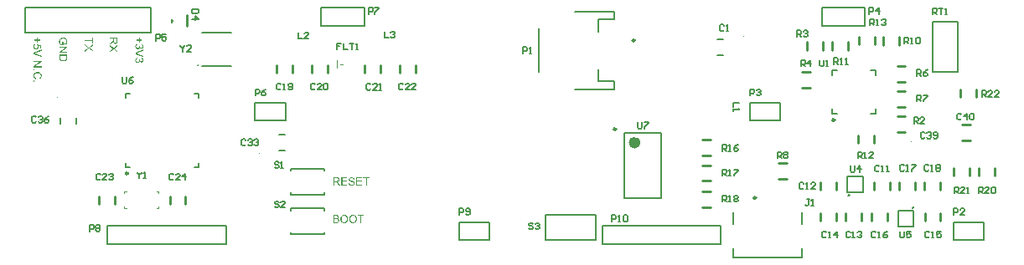
<source format=gto>
G04*
G04 #@! TF.GenerationSoftware,Altium Limited,Altium Designer,21.3.2 (30)*
G04*
G04 Layer_Color=65535*
%FSLAX44Y44*%
%MOMM*%
G71*
G04*
G04 #@! TF.SameCoordinates,BB622590-8895-4630-97EF-0A5410F07859*
G04*
G04*
G04 #@! TF.FilePolarity,Positive*
G04*
G01*
G75*
%ADD10C,0.2500*%
%ADD11C,0.6000*%
%ADD12C,0.1000*%
%ADD13C,0.2540*%
%ADD14C,0.2000*%
%ADD15C,0.1270*%
G36*
X515612Y713794D02*
X517818D01*
Y712855D01*
X515612D01*
Y710649D01*
X514685D01*
Y712855D01*
X512455D01*
Y713794D01*
X514685D01*
Y716000D01*
X515612D01*
Y713794D01*
D02*
G37*
G36*
X513347Y708478D02*
X513335D01*
X513312D01*
X513276Y708466D01*
X513218Y708455D01*
X513089Y708419D01*
X512913Y708372D01*
X512737Y708302D01*
X512537Y708208D01*
X512361Y708091D01*
X512197Y707950D01*
X512185Y707926D01*
X512138Y707879D01*
X512080Y707786D01*
X512009Y707656D01*
X511939Y707516D01*
X511880Y707340D01*
X511833Y707140D01*
X511821Y706917D01*
Y706847D01*
X511833Y706800D01*
X511845Y706659D01*
X511892Y706495D01*
X511950Y706295D01*
X512044Y706096D01*
X512185Y705885D01*
X512267Y705791D01*
X512361Y705697D01*
X512373Y705685D01*
X512385Y705673D01*
X512420Y705650D01*
X512455Y705615D01*
X512584Y705533D01*
X512748Y705439D01*
X512948Y705357D01*
X513194Y705274D01*
X513488Y705216D01*
X513640Y705192D01*
X513805D01*
X513816D01*
X513840D01*
X513887D01*
X513945Y705204D01*
X514016D01*
X514098Y705216D01*
X514286Y705251D01*
X514509Y705310D01*
X514732Y705392D01*
X514943Y705509D01*
X515142Y705673D01*
X515154D01*
X515166Y705697D01*
X515224Y705755D01*
X515307Y705861D01*
X515401Y706002D01*
X515483Y706190D01*
X515565Y706401D01*
X515624Y706647D01*
X515647Y706788D01*
Y707011D01*
X515635Y707105D01*
X515624Y707222D01*
X515588Y707363D01*
X515553Y707504D01*
X515494Y707656D01*
X515424Y707809D01*
X515412Y707821D01*
X515389Y707868D01*
X515330Y707938D01*
X515271Y708032D01*
X515189Y708126D01*
X515084Y708220D01*
X514978Y708325D01*
X514849Y708408D01*
X514978Y709346D01*
X519156Y708560D01*
Y704523D01*
X518205D01*
Y707774D01*
X516011Y708208D01*
X516022Y708196D01*
X516034Y708173D01*
X516058Y708138D01*
X516093Y708079D01*
X516128Y708009D01*
X516175Y707926D01*
X516269Y707739D01*
X516363Y707504D01*
X516445Y707246D01*
X516504Y706964D01*
X516527Y706823D01*
Y706565D01*
X516515Y706495D01*
X516504Y706401D01*
X516492Y706295D01*
X516468Y706178D01*
X516433Y706049D01*
X516351Y705767D01*
X516292Y705615D01*
X516210Y705462D01*
X516128Y705310D01*
X516034Y705157D01*
X515917Y705016D01*
X515788Y704875D01*
X515776Y704864D01*
X515753Y704840D01*
X515717Y704805D01*
X515659Y704758D01*
X515577Y704699D01*
X515494Y704641D01*
X515389Y704570D01*
X515271Y704500D01*
X515142Y704441D01*
X515002Y704371D01*
X514837Y704312D01*
X514673Y704253D01*
X514497Y704206D01*
X514297Y704171D01*
X514098Y704148D01*
X513887Y704136D01*
X513875D01*
X513840D01*
X513781D01*
X513699Y704148D01*
X513605Y704160D01*
X513499Y704171D01*
X513370Y704195D01*
X513241Y704218D01*
X512936Y704289D01*
X512619Y704406D01*
X512455Y704476D01*
X512303Y704570D01*
X512138Y704664D01*
X511986Y704781D01*
X511974Y704793D01*
X511939Y704817D01*
X511892Y704864D01*
X511833Y704922D01*
X511763Y705005D01*
X511669Y705098D01*
X511587Y705216D01*
X511493Y705345D01*
X511399Y705486D01*
X511317Y705650D01*
X511235Y705826D01*
X511152Y706014D01*
X511094Y706213D01*
X511047Y706436D01*
X511012Y706671D01*
X511000Y706917D01*
Y707023D01*
X511012Y707105D01*
X511023Y707199D01*
X511035Y707305D01*
X511047Y707434D01*
X511082Y707563D01*
X511152Y707856D01*
X511258Y708149D01*
X511329Y708302D01*
X511411Y708455D01*
X511505Y708595D01*
X511610Y708736D01*
X511622Y708748D01*
X511634Y708771D01*
X511681Y708795D01*
X511728Y708842D01*
X511786Y708900D01*
X511857Y708959D01*
X511950Y709029D01*
X512056Y709088D01*
X512162Y709159D01*
X512291Y709229D01*
X512573Y709358D01*
X512901Y709464D01*
X513077Y709499D01*
X513265Y709522D01*
X513347Y708478D01*
D02*
G37*
G36*
X519261Y702470D02*
X513359Y700358D01*
X513347D01*
X513324Y700346D01*
X513288Y700334D01*
X513241Y700311D01*
X513171Y700299D01*
X513101Y700275D01*
X512924Y700217D01*
X512725Y700146D01*
X512502Y700076D01*
X512033Y699935D01*
X512044D01*
X512068Y699923D01*
X512103Y699912D01*
X512150Y699900D01*
X512279Y699865D01*
X512455Y699806D01*
X512655Y699747D01*
X512878Y699677D01*
X513112Y699595D01*
X513359Y699501D01*
X519261Y697295D01*
Y696203D01*
X511141Y699372D01*
Y700498D01*
X519261Y703643D01*
Y702470D01*
D02*
G37*
G36*
Y690981D02*
X512878Y686722D01*
X519261D01*
Y685689D01*
X511141D01*
Y686804D01*
X517513Y691052D01*
X511141D01*
Y692085D01*
X519261D01*
Y690981D01*
D02*
G37*
G36*
X512279Y682591D02*
X511141D01*
Y683729D01*
X512279D01*
Y682591D01*
D02*
G37*
G36*
X515471Y681030D02*
X515588D01*
X515706Y681019D01*
X515858Y681007D01*
X516011Y680983D01*
X516351Y680925D01*
X516727Y680843D01*
X517102Y680725D01*
X517466Y680561D01*
X517478Y680549D01*
X517513Y680537D01*
X517560Y680514D01*
X517618Y680467D01*
X517701Y680420D01*
X517794Y680361D01*
X518006Y680209D01*
X518240Y680009D01*
X518475Y679775D01*
X518710Y679505D01*
X518909Y679188D01*
X518921Y679176D01*
X518933Y679141D01*
X518956Y679094D01*
X518991Y679035D01*
X519027Y678941D01*
X519062Y678848D01*
X519109Y678730D01*
X519156Y678601D01*
X519203Y678460D01*
X519250Y678308D01*
X519320Y677979D01*
X519379Y677604D01*
X519402Y677216D01*
Y677099D01*
X519390Y677017D01*
X519379Y676911D01*
X519367Y676782D01*
X519355Y676653D01*
X519320Y676501D01*
X519250Y676184D01*
X519144Y675832D01*
X519073Y675656D01*
X518991Y675491D01*
X518886Y675327D01*
X518780Y675163D01*
X518768Y675151D01*
X518757Y675128D01*
X518722Y675081D01*
X518663Y675022D01*
X518604Y674963D01*
X518522Y674881D01*
X518428Y674799D01*
X518334Y674705D01*
X518217Y674611D01*
X518076Y674518D01*
X517935Y674412D01*
X517783Y674318D01*
X517607Y674236D01*
X517431Y674142D01*
X517243Y674072D01*
X517032Y674001D01*
X516785Y675057D01*
X516797D01*
X516820Y675069D01*
X516867Y675092D01*
X516926Y675116D01*
X516996Y675139D01*
X517090Y675175D01*
X517278Y675268D01*
X517489Y675386D01*
X517701Y675527D01*
X517900Y675703D01*
X518076Y675890D01*
X518100Y675914D01*
X518147Y675984D01*
X518205Y676102D01*
X518287Y676254D01*
X518358Y676454D01*
X518428Y676677D01*
X518475Y676947D01*
X518487Y677240D01*
Y677334D01*
X518475Y677393D01*
Y677475D01*
X518463Y677569D01*
X518428Y677792D01*
X518381Y678038D01*
X518299Y678296D01*
X518182Y678566D01*
X518029Y678812D01*
Y678824D01*
X518006Y678836D01*
X517947Y678918D01*
X517853Y679024D01*
X517712Y679153D01*
X517536Y679305D01*
X517337Y679446D01*
X517090Y679575D01*
X516820Y679693D01*
X516809D01*
X516785Y679704D01*
X516750Y679716D01*
X516691Y679728D01*
X516621Y679751D01*
X516539Y679775D01*
X516339Y679810D01*
X516105Y679857D01*
X515846Y679904D01*
X515565Y679927D01*
X515260Y679939D01*
X515248D01*
X515213D01*
X515154D01*
X515084D01*
X515002Y679927D01*
X514896D01*
X514779Y679915D01*
X514650Y679904D01*
X514368Y679868D01*
X514063Y679810D01*
X513758Y679740D01*
X513453Y679646D01*
X513441D01*
X513417Y679634D01*
X513382Y679610D01*
X513324Y679587D01*
X513183Y679517D01*
X513018Y679411D01*
X512831Y679282D01*
X512631Y679118D01*
X512455Y678930D01*
X512291Y678707D01*
Y678695D01*
X512279Y678672D01*
X512256Y678636D01*
X512232Y678589D01*
X512209Y678531D01*
X512174Y678460D01*
X512103Y678296D01*
X512033Y678085D01*
X511974Y677850D01*
X511927Y677592D01*
X511915Y677322D01*
Y677240D01*
X511927Y677169D01*
Y677087D01*
X511939Y677005D01*
X511986Y676794D01*
X512044Y676548D01*
X512138Y676301D01*
X512267Y676043D01*
X512338Y675914D01*
X512432Y675797D01*
X512443Y675785D01*
X512455Y675773D01*
X512490Y675738D01*
X512525Y675691D01*
X512584Y675644D01*
X512655Y675585D01*
X512725Y675515D01*
X512819Y675456D01*
X512924Y675386D01*
X513042Y675304D01*
X513159Y675233D01*
X513300Y675163D01*
X513453Y675104D01*
X513617Y675045D01*
X513793Y674987D01*
X513981Y674940D01*
X513711Y673860D01*
X513699D01*
X513652Y673872D01*
X513582Y673895D01*
X513488Y673931D01*
X513382Y673966D01*
X513253Y674013D01*
X513112Y674072D01*
X512960Y674142D01*
X512631Y674306D01*
X512303Y674518D01*
X512138Y674647D01*
X511974Y674776D01*
X511833Y674917D01*
X511692Y675081D01*
X511681Y675092D01*
X511657Y675116D01*
X511634Y675175D01*
X511587Y675233D01*
X511528Y675327D01*
X511469Y675421D01*
X511411Y675550D01*
X511352Y675679D01*
X511282Y675832D01*
X511223Y675996D01*
X511164Y676172D01*
X511106Y676360D01*
X511059Y676559D01*
X511035Y676771D01*
X511012Y676993D01*
X511000Y677228D01*
Y677357D01*
X511012Y677451D01*
Y677557D01*
X511023Y677686D01*
X511047Y677827D01*
X511070Y677991D01*
X511129Y678331D01*
X511223Y678683D01*
X511352Y679035D01*
X511434Y679200D01*
X511528Y679364D01*
X511540Y679376D01*
X511552Y679399D01*
X511587Y679446D01*
X511634Y679493D01*
X511681Y679563D01*
X511751Y679646D01*
X511833Y679740D01*
X511927Y679833D01*
X512033Y679927D01*
X512138Y680033D01*
X512408Y680244D01*
X512725Y680443D01*
X513077Y680620D01*
X513089D01*
X513124Y680643D01*
X513183Y680655D01*
X513253Y680690D01*
X513347Y680713D01*
X513464Y680749D01*
X513593Y680796D01*
X513734Y680831D01*
X513887Y680866D01*
X514063Y680913D01*
X514427Y680972D01*
X514837Y681019D01*
X515260Y681042D01*
X515271D01*
X515318D01*
X515389D01*
X515471Y681030D01*
D02*
G37*
G36*
X512279Y671244D02*
X511141D01*
Y672382D01*
X512279D01*
Y671244D01*
D02*
G37*
G36*
X541354Y715988D02*
X541459D01*
X541588Y715976D01*
X541717Y715953D01*
X541870Y715941D01*
X542034Y715906D01*
X542210Y715883D01*
X542586Y715789D01*
X542973Y715671D01*
X543360Y715507D01*
X543372Y715495D01*
X543407Y715484D01*
X543454Y715460D01*
X543525Y715413D01*
X543618Y715366D01*
X543712Y715308D01*
X543935Y715143D01*
X544193Y714944D01*
X544440Y714697D01*
X544686Y714416D01*
X544792Y714251D01*
X544897Y714087D01*
X544909Y714075D01*
X544921Y714040D01*
X544944Y713993D01*
X544980Y713923D01*
X545015Y713829D01*
X545062Y713723D01*
X545109Y713606D01*
X545156Y713465D01*
X545203Y713313D01*
X545238Y713148D01*
X545285Y712972D01*
X545320Y712785D01*
X545379Y712374D01*
X545402Y712163D01*
Y711787D01*
X545390Y711717D01*
Y711623D01*
X545367Y711400D01*
X545332Y711153D01*
X545273Y710895D01*
X545203Y710614D01*
X545109Y710344D01*
Y710332D01*
X545097Y710309D01*
X545085Y710273D01*
X545062Y710227D01*
X544991Y710097D01*
X544909Y709933D01*
X544792Y709757D01*
X544651Y709569D01*
X544498Y709393D01*
X544311Y709229D01*
X544287Y709205D01*
X544217Y709159D01*
X544111Y709088D01*
X543959Y708994D01*
X543771Y708900D01*
X543536Y708795D01*
X543278Y708689D01*
X542985Y708607D01*
X542727Y709581D01*
X542738D01*
X542750Y709593D01*
X542785Y709604D01*
X542832Y709616D01*
X542938Y709651D01*
X543079Y709698D01*
X543243Y709769D01*
X543396Y709851D01*
X543560Y709933D01*
X543701Y710039D01*
X543712Y710050D01*
X543759Y710086D01*
X543818Y710156D01*
X543900Y710238D01*
X543994Y710344D01*
X544088Y710485D01*
X544182Y710637D01*
X544264Y710813D01*
X544276Y710837D01*
X544299Y710895D01*
X544334Y711001D01*
X544381Y711142D01*
X544416Y711306D01*
X544452Y711494D01*
X544475Y711705D01*
X544487Y711928D01*
Y712057D01*
X544475Y712116D01*
Y712186D01*
X544463Y712362D01*
X544428Y712562D01*
X544393Y712785D01*
X544334Y712996D01*
X544252Y713207D01*
X544240Y713231D01*
X544217Y713301D01*
X544158Y713395D01*
X544100Y713512D01*
X544006Y713653D01*
X543912Y713806D01*
X543794Y713946D01*
X543665Y714075D01*
X543654Y714087D01*
X543607Y714134D01*
X543525Y714193D01*
X543431Y714263D01*
X543313Y714345D01*
X543172Y714427D01*
X543020Y714510D01*
X542856Y714592D01*
X542844D01*
X542821Y714604D01*
X542785Y714615D01*
X542727Y714639D01*
X542656Y714662D01*
X542574Y714686D01*
X542480Y714721D01*
X542374Y714744D01*
X542128Y714803D01*
X541847Y714850D01*
X541553Y714885D01*
X541225Y714897D01*
X541213D01*
X541178D01*
X541119D01*
X541049Y714885D01*
X540955D01*
X540837Y714873D01*
X540720Y714862D01*
X540591Y714850D01*
X540298Y714803D01*
X539992Y714744D01*
X539687Y714650D01*
X539394Y714533D01*
X539382D01*
X539359Y714510D01*
X539324Y714498D01*
X539277Y714463D01*
X539147Y714381D01*
X538983Y714251D01*
X538807Y714099D01*
X538631Y713911D01*
X538467Y713688D01*
X538314Y713442D01*
Y713430D01*
X538303Y713407D01*
X538279Y713371D01*
X538256Y713313D01*
X538232Y713254D01*
X538209Y713172D01*
X538138Y712984D01*
X538080Y712749D01*
X538021Y712491D01*
X537974Y712210D01*
X537962Y711916D01*
Y711799D01*
X537974Y711729D01*
Y711658D01*
X537998Y711482D01*
X538021Y711271D01*
X538068Y711048D01*
X538138Y710801D01*
X538220Y710555D01*
Y710543D01*
X538232Y710520D01*
X538244Y710496D01*
X538267Y710449D01*
X538326Y710320D01*
X538396Y710180D01*
X538479Y710015D01*
X538573Y709839D01*
X538678Y709675D01*
X538795Y709534D01*
X540321D01*
Y711928D01*
X541283D01*
Y708478D01*
X538267D01*
X538256Y708490D01*
X538244Y708513D01*
X538209Y708560D01*
X538162Y708619D01*
X538115Y708689D01*
X538056Y708771D01*
X537986Y708877D01*
X537915Y708983D01*
X537763Y709229D01*
X537598Y709511D01*
X537446Y709804D01*
X537317Y710121D01*
Y710133D01*
X537305Y710156D01*
X537293Y710203D01*
X537270Y710262D01*
X537246Y710344D01*
X537211Y710438D01*
X537188Y710543D01*
X537164Y710649D01*
X537106Y710907D01*
X537047Y711200D01*
X537012Y711517D01*
X537000Y711846D01*
Y711963D01*
X537012Y712045D01*
Y712151D01*
X537024Y712280D01*
X537047Y712421D01*
X537059Y712573D01*
X537129Y712914D01*
X537211Y713278D01*
X537340Y713653D01*
X537411Y713841D01*
X537505Y714028D01*
X537516Y714040D01*
X537528Y714075D01*
X537563Y714122D01*
X537598Y714193D01*
X537657Y714275D01*
X537716Y714357D01*
X537880Y714580D01*
X538091Y714815D01*
X538349Y715061D01*
X538643Y715296D01*
X538983Y715507D01*
X538995D01*
X539030Y715531D01*
X539077Y715554D01*
X539159Y715589D01*
X539241Y715624D01*
X539359Y715660D01*
X539476Y715707D01*
X539617Y715754D01*
X539769Y715800D01*
X539945Y715847D01*
X540121Y715883D01*
X540309Y715918D01*
X540720Y715976D01*
X541154Y716000D01*
X541166D01*
X541213D01*
X541272D01*
X541354Y715988D01*
D02*
G37*
G36*
X545261Y705802D02*
X538878Y701543D01*
X545261D01*
Y700510D01*
X537141D01*
Y701625D01*
X543513Y705873D01*
X537141D01*
Y706906D01*
X545261D01*
Y705802D01*
D02*
G37*
G36*
Y695581D02*
X545250Y695370D01*
X545238Y695135D01*
X545214Y694901D01*
X545179Y694666D01*
X545144Y694467D01*
Y694455D01*
X545132Y694431D01*
Y694396D01*
X545109Y694349D01*
X545074Y694220D01*
X545015Y694056D01*
X544933Y693868D01*
X544827Y693669D01*
X544710Y693469D01*
X544557Y693281D01*
X544546Y693270D01*
X544534Y693258D01*
X544498Y693223D01*
X544463Y693176D01*
X544346Y693058D01*
X544182Y692918D01*
X543982Y692765D01*
X543747Y692601D01*
X543478Y692448D01*
X543172Y692319D01*
X543161D01*
X543137Y692307D01*
X543090Y692284D01*
X543020Y692272D01*
X542938Y692237D01*
X542844Y692214D01*
X542738Y692190D01*
X542609Y692155D01*
X542480Y692120D01*
X542328Y692096D01*
X541999Y692038D01*
X541635Y692002D01*
X541236Y691991D01*
X541225D01*
X541201D01*
X541142D01*
X541084D01*
X541002Y692002D01*
X540908D01*
X540685Y692014D01*
X540427Y692049D01*
X540157Y692085D01*
X539875Y692143D01*
X539593Y692214D01*
X539582D01*
X539558Y692225D01*
X539523Y692237D01*
X539476Y692249D01*
X539347Y692296D01*
X539183Y692366D01*
X538995Y692437D01*
X538807Y692530D01*
X538608Y692648D01*
X538420Y692765D01*
X538396Y692777D01*
X538338Y692824D01*
X538256Y692894D01*
X538150Y692988D01*
X538033Y693094D01*
X537915Y693223D01*
X537786Y693352D01*
X537681Y693504D01*
X537669Y693528D01*
X537634Y693575D01*
X537587Y693657D01*
X537528Y693774D01*
X537458Y693915D01*
X537399Y694079D01*
X537329Y694267D01*
X537270Y694478D01*
Y694502D01*
X537258Y694537D01*
X537246Y694572D01*
X537235Y694690D01*
X537211Y694854D01*
X537188Y695042D01*
X537164Y695265D01*
X537152Y695511D01*
X537141Y695781D01*
Y698703D01*
X545261D01*
Y695581D01*
D02*
G37*
G36*
X571120Y709569D02*
X570158D01*
Y712245D01*
X563000D01*
Y713325D01*
X570158D01*
Y716000D01*
X571120D01*
Y709569D01*
D02*
G37*
G36*
X567201Y706154D02*
X571120Y708924D01*
Y707645D01*
X569032Y706166D01*
X569020D01*
X569008Y706143D01*
X568973Y706119D01*
X568926Y706084D01*
X568809Y706014D01*
X568668Y705908D01*
X568504Y705802D01*
X568339Y705697D01*
X568187Y705603D01*
X568046Y705521D01*
X568069Y705509D01*
X568116Y705474D01*
X568210Y705415D01*
X568328Y705333D01*
X568457Y705239D01*
X568621Y705122D01*
X568785Y705005D01*
X568961Y704864D01*
X571120Y703244D01*
Y702071D01*
X567260Y704887D01*
X563000Y701848D01*
Y703174D01*
X565887Y705227D01*
X565899Y705239D01*
X565934Y705263D01*
X565981Y705286D01*
X566039Y705333D01*
X566204Y705439D01*
X566380Y705556D01*
X566368Y705568D01*
X566321Y705603D01*
X566250Y705650D01*
X566157Y705709D01*
X565969Y705838D01*
X565887Y705896D01*
X565816Y705943D01*
X563000Y707997D01*
Y709288D01*
X567201Y706154D01*
D02*
G37*
G36*
X596120Y712233D02*
X596109Y712139D01*
Y712034D01*
X596097Y711787D01*
X596062Y711529D01*
X596027Y711247D01*
X595968Y710989D01*
X595933Y710860D01*
X595897Y710754D01*
Y710743D01*
X595886Y710731D01*
X595851Y710661D01*
X595804Y710555D01*
X595722Y710426D01*
X595616Y710285D01*
X595475Y710133D01*
X595311Y709992D01*
X595123Y709851D01*
X595111D01*
X595099Y709839D01*
X595029Y709792D01*
X594912Y709745D01*
X594759Y709675D01*
X594583Y709616D01*
X594372Y709558D01*
X594149Y709522D01*
X593903Y709511D01*
X593891D01*
X593867D01*
X593820D01*
X593762Y709522D01*
X593680D01*
X593597Y709534D01*
X593398Y709581D01*
X593163Y709651D01*
X592917Y709745D01*
X592670Y709886D01*
X592553Y709980D01*
X592436Y710074D01*
X592424Y710086D01*
X592412Y710097D01*
X592377Y710133D01*
X592342Y710180D01*
X592295Y710238D01*
X592248Y710309D01*
X592189Y710403D01*
X592119Y710496D01*
X592060Y710614D01*
X592002Y710743D01*
X591931Y710884D01*
X591872Y711036D01*
X591825Y711212D01*
X591767Y711388D01*
X591732Y711588D01*
X591697Y711799D01*
X591685Y711776D01*
X591661Y711729D01*
X591614Y711658D01*
X591567Y711564D01*
X591438Y711353D01*
X591356Y711247D01*
X591286Y711153D01*
X591262Y711130D01*
X591204Y711071D01*
X591110Y710977D01*
X590992Y710860D01*
X590828Y710731D01*
X590652Y710579D01*
X590441Y710426D01*
X590206Y710262D01*
X588000Y708865D01*
Y710203D01*
X589690Y711271D01*
X589701D01*
X589725Y711294D01*
X589760Y711318D01*
X589807Y711353D01*
X589936Y711435D01*
X590101Y711541D01*
X590276Y711670D01*
X590464Y711799D01*
X590640Y711928D01*
X590805Y712045D01*
X590816Y712057D01*
X590863Y712092D01*
X590934Y712151D01*
X591016Y712233D01*
X591192Y712409D01*
X591274Y712503D01*
X591344Y712597D01*
X591356Y712609D01*
X591368Y712632D01*
X591391Y712679D01*
X591427Y712749D01*
X591462Y712820D01*
X591497Y712902D01*
X591556Y713090D01*
Y713102D01*
X591567Y713125D01*
Y713172D01*
X591579Y713231D01*
X591591Y713313D01*
Y713407D01*
X591603Y713536D01*
Y714920D01*
X588000D01*
Y716000D01*
X596120D01*
Y712233D01*
D02*
G37*
G36*
X592201Y705521D02*
X596120Y708290D01*
Y707011D01*
X594032Y705533D01*
X594020D01*
X594008Y705509D01*
X593973Y705486D01*
X593926Y705450D01*
X593809Y705380D01*
X593668Y705274D01*
X593504Y705169D01*
X593339Y705063D01*
X593187Y704969D01*
X593046Y704887D01*
X593069Y704875D01*
X593116Y704840D01*
X593210Y704781D01*
X593328Y704699D01*
X593457Y704605D01*
X593621Y704488D01*
X593785Y704371D01*
X593961Y704230D01*
X596120Y702611D01*
Y701437D01*
X592260Y704253D01*
X588000Y701214D01*
Y702540D01*
X590887Y704594D01*
X590899Y704605D01*
X590934Y704629D01*
X590981Y704652D01*
X591039Y704699D01*
X591204Y704805D01*
X591380Y704922D01*
X591368Y704934D01*
X591321Y704969D01*
X591250Y705016D01*
X591157Y705075D01*
X590969Y705204D01*
X590887Y705263D01*
X590816Y705310D01*
X588000Y707363D01*
Y708654D01*
X592201Y705521D01*
D02*
G37*
G36*
X618612Y713794D02*
X620818D01*
Y712855D01*
X618612D01*
Y710649D01*
X617685D01*
Y712855D01*
X615455D01*
Y713794D01*
X617685D01*
Y716000D01*
X618612D01*
Y713794D01*
D02*
G37*
G36*
X616417Y708513D02*
X616406D01*
X616382Y708502D01*
X616335Y708490D01*
X616277Y708478D01*
X616206Y708466D01*
X616124Y708443D01*
X615948Y708384D01*
X615737Y708302D01*
X615537Y708196D01*
X615350Y708079D01*
X615185Y707938D01*
X615173Y707915D01*
X615126Y707868D01*
X615068Y707774D01*
X615009Y707656D01*
X614939Y707516D01*
X614880Y707340D01*
X614833Y707140D01*
X614821Y706929D01*
Y706859D01*
X614833Y706812D01*
X614845Y706683D01*
X614880Y706518D01*
X614939Y706330D01*
X615021Y706131D01*
X615138Y705931D01*
X615303Y705744D01*
X615326Y705720D01*
X615396Y705662D01*
X615502Y705591D01*
X615643Y705497D01*
X615819Y705404D01*
X616018Y705333D01*
X616253Y705274D01*
X616511Y705251D01*
X616523D01*
X616546D01*
X616582D01*
X616629Y705263D01*
X616758Y705274D01*
X616910Y705310D01*
X617098Y705357D01*
X617286Y705439D01*
X617473Y705556D01*
X617649Y705709D01*
X617673Y705732D01*
X617720Y705791D01*
X617790Y705885D01*
X617873Y706014D01*
X617955Y706178D01*
X618025Y706377D01*
X618072Y706600D01*
X618095Y706847D01*
Y706953D01*
X618084Y707035D01*
X618072Y707140D01*
X618049Y707258D01*
X618025Y707398D01*
X617990Y707551D01*
X618870Y707434D01*
Y707375D01*
X618858Y707328D01*
Y707175D01*
X618882Y707046D01*
X618905Y706894D01*
X618940Y706718D01*
X618999Y706518D01*
X619081Y706330D01*
X619187Y706131D01*
Y706119D01*
X619198Y706108D01*
X619245Y706049D01*
X619328Y705967D01*
X619433Y705873D01*
X619586Y705779D01*
X619762Y705697D01*
X619961Y705638D01*
X620079Y705615D01*
X620208D01*
X620219D01*
X620231D01*
X620302D01*
X620396Y705638D01*
X620524Y705662D01*
X620665Y705709D01*
X620818Y705767D01*
X620970Y705861D01*
X621111Y705990D01*
X621123Y706002D01*
X621170Y706061D01*
X621229Y706143D01*
X621299Y706248D01*
X621358Y706389D01*
X621416Y706553D01*
X621463Y706741D01*
X621475Y706953D01*
Y707046D01*
X621452Y707152D01*
X621428Y707293D01*
X621381Y707445D01*
X621323Y707598D01*
X621229Y707762D01*
X621111Y707915D01*
X621100Y707926D01*
X621041Y707973D01*
X620959Y708044D01*
X620841Y708126D01*
X620689Y708208D01*
X620501Y708290D01*
X620278Y708361D01*
X620020Y708408D01*
X620196Y709405D01*
X620208D01*
X620243Y709393D01*
X620290Y709382D01*
X620360Y709370D01*
X620442Y709346D01*
X620536Y709311D01*
X620759Y709241D01*
X621017Y709123D01*
X621276Y708983D01*
X621522Y708807D01*
X621745Y708584D01*
X621757Y708572D01*
X621768Y708548D01*
X621792Y708513D01*
X621827Y708466D01*
X621874Y708408D01*
X621921Y708325D01*
X621968Y708243D01*
X622027Y708138D01*
X622121Y707903D01*
X622214Y707633D01*
X622273Y707316D01*
X622296Y707152D01*
Y706859D01*
X622285Y706730D01*
X622261Y706577D01*
X622226Y706389D01*
X622167Y706178D01*
X622097Y705967D01*
X622003Y705755D01*
Y705744D01*
X621991Y705732D01*
X621956Y705662D01*
X621886Y705556D01*
X621804Y705439D01*
X621686Y705298D01*
X621557Y705157D01*
X621405Y705016D01*
X621229Y704899D01*
X621205Y704887D01*
X621147Y704852D01*
X621041Y704805D01*
X620912Y704746D01*
X620759Y704688D01*
X620583Y704641D01*
X620384Y704605D01*
X620184Y704594D01*
X620161D01*
X620090D01*
X619996Y704605D01*
X619867Y704629D01*
X619715Y704664D01*
X619551Y704723D01*
X619386Y704793D01*
X619222Y704887D01*
X619198Y704899D01*
X619152Y704934D01*
X619069Y705005D01*
X618975Y705098D01*
X618870Y705216D01*
X618753Y705357D01*
X618647Y705521D01*
X618541Y705720D01*
Y705709D01*
X618530Y705685D01*
X618518Y705650D01*
X618506Y705603D01*
X618459Y705474D01*
X618389Y705310D01*
X618295Y705122D01*
X618178Y704934D01*
X618025Y704758D01*
X617849Y704594D01*
X617826Y704582D01*
X617755Y704535D01*
X617638Y704465D01*
X617485Y704394D01*
X617298Y704324D01*
X617075Y704253D01*
X616816Y704206D01*
X616535Y704195D01*
X616523D01*
X616488D01*
X616429D01*
X616359Y704206D01*
X616265Y704218D01*
X616159Y704242D01*
X616042Y704265D01*
X615913Y704289D01*
X615631Y704382D01*
X615479Y704453D01*
X615338Y704523D01*
X615185Y704617D01*
X615033Y704723D01*
X614880Y704840D01*
X614739Y704981D01*
X614728Y704993D01*
X614704Y705016D01*
X614669Y705063D01*
X614622Y705122D01*
X614563Y705192D01*
X614505Y705286D01*
X614434Y705392D01*
X614375Y705521D01*
X614305Y705650D01*
X614235Y705802D01*
X614176Y705955D01*
X614117Y706131D01*
X614070Y706319D01*
X614035Y706518D01*
X614012Y706718D01*
X614000Y706941D01*
Y707046D01*
X614012Y707117D01*
X614024Y707211D01*
X614035Y707316D01*
X614059Y707434D01*
X614082Y707563D01*
X614152Y707844D01*
X614270Y708138D01*
X614340Y708290D01*
X614422Y708431D01*
X614528Y708572D01*
X614634Y708713D01*
X614645Y708724D01*
X614669Y708748D01*
X614704Y708783D01*
X614751Y708818D01*
X614810Y708877D01*
X614892Y708936D01*
X614974Y709006D01*
X615080Y709077D01*
X615197Y709147D01*
X615314Y709217D01*
X615596Y709346D01*
X615924Y709452D01*
X616101Y709487D01*
X616288Y709511D01*
X616417Y708513D01*
D02*
G37*
G36*
X622261Y702470D02*
X616359Y700358D01*
X616347D01*
X616324Y700346D01*
X616288Y700334D01*
X616241Y700311D01*
X616171Y700299D01*
X616101Y700275D01*
X615924Y700217D01*
X615725Y700146D01*
X615502Y700076D01*
X615033Y699935D01*
X615044D01*
X615068Y699923D01*
X615103Y699912D01*
X615150Y699900D01*
X615279Y699865D01*
X615455Y699806D01*
X615655Y699747D01*
X615878Y699677D01*
X616112Y699595D01*
X616359Y699501D01*
X622261Y697295D01*
Y696203D01*
X614141Y699372D01*
Y700498D01*
X622261Y703643D01*
Y702470D01*
D02*
G37*
G36*
X616417Y694631D02*
X616406D01*
X616382Y694619D01*
X616335Y694607D01*
X616277Y694596D01*
X616206Y694584D01*
X616124Y694560D01*
X615948Y694502D01*
X615737Y694420D01*
X615537Y694314D01*
X615350Y694197D01*
X615185Y694056D01*
X615173Y694032D01*
X615126Y693986D01*
X615068Y693892D01*
X615009Y693774D01*
X614939Y693633D01*
X614880Y693457D01*
X614833Y693258D01*
X614821Y693047D01*
Y692976D01*
X614833Y692929D01*
X614845Y692800D01*
X614880Y692636D01*
X614939Y692448D01*
X615021Y692249D01*
X615138Y692049D01*
X615303Y691861D01*
X615326Y691838D01*
X615396Y691779D01*
X615502Y691709D01*
X615643Y691615D01*
X615819Y691521D01*
X616018Y691451D01*
X616253Y691392D01*
X616511Y691369D01*
X616523D01*
X616546D01*
X616582D01*
X616629Y691380D01*
X616758Y691392D01*
X616910Y691427D01*
X617098Y691474D01*
X617286Y691556D01*
X617473Y691674D01*
X617649Y691826D01*
X617673Y691850D01*
X617720Y691908D01*
X617790Y692002D01*
X617873Y692131D01*
X617955Y692296D01*
X618025Y692495D01*
X618072Y692718D01*
X618095Y692965D01*
Y693070D01*
X618084Y693152D01*
X618072Y693258D01*
X618049Y693375D01*
X618025Y693516D01*
X617990Y693669D01*
X618870Y693551D01*
Y693493D01*
X618858Y693446D01*
Y693293D01*
X618882Y693164D01*
X618905Y693011D01*
X618940Y692835D01*
X618999Y692636D01*
X619081Y692448D01*
X619187Y692249D01*
Y692237D01*
X619198Y692225D01*
X619245Y692167D01*
X619328Y692085D01*
X619433Y691991D01*
X619586Y691897D01*
X619762Y691815D01*
X619961Y691756D01*
X620079Y691732D01*
X620208D01*
X620219D01*
X620231D01*
X620302D01*
X620396Y691756D01*
X620524Y691779D01*
X620665Y691826D01*
X620818Y691885D01*
X620970Y691979D01*
X621111Y692108D01*
X621123Y692120D01*
X621170Y692178D01*
X621229Y692261D01*
X621299Y692366D01*
X621358Y692507D01*
X621416Y692671D01*
X621463Y692859D01*
X621475Y693070D01*
Y693164D01*
X621452Y693270D01*
X621428Y693410D01*
X621381Y693563D01*
X621323Y693716D01*
X621229Y693880D01*
X621111Y694032D01*
X621100Y694044D01*
X621041Y694091D01*
X620959Y694162D01*
X620841Y694244D01*
X620689Y694326D01*
X620501Y694408D01*
X620278Y694478D01*
X620020Y694525D01*
X620196Y695523D01*
X620208D01*
X620243Y695511D01*
X620290Y695499D01*
X620360Y695488D01*
X620442Y695464D01*
X620536Y695429D01*
X620759Y695359D01*
X621017Y695241D01*
X621276Y695100D01*
X621522Y694924D01*
X621745Y694701D01*
X621757Y694690D01*
X621768Y694666D01*
X621792Y694631D01*
X621827Y694584D01*
X621874Y694525D01*
X621921Y694443D01*
X621968Y694361D01*
X622027Y694255D01*
X622121Y694021D01*
X622214Y693751D01*
X622273Y693434D01*
X622296Y693270D01*
Y692976D01*
X622285Y692847D01*
X622261Y692695D01*
X622226Y692507D01*
X622167Y692296D01*
X622097Y692085D01*
X622003Y691873D01*
Y691861D01*
X621991Y691850D01*
X621956Y691779D01*
X621886Y691674D01*
X621804Y691556D01*
X621686Y691416D01*
X621557Y691275D01*
X621405Y691134D01*
X621229Y691017D01*
X621205Y691005D01*
X621147Y690970D01*
X621041Y690923D01*
X620912Y690864D01*
X620759Y690805D01*
X620583Y690758D01*
X620384Y690723D01*
X620184Y690712D01*
X620161D01*
X620090D01*
X619996Y690723D01*
X619867Y690747D01*
X619715Y690782D01*
X619551Y690841D01*
X619386Y690911D01*
X619222Y691005D01*
X619198Y691017D01*
X619152Y691052D01*
X619069Y691122D01*
X618975Y691216D01*
X618870Y691333D01*
X618753Y691474D01*
X618647Y691638D01*
X618541Y691838D01*
Y691826D01*
X618530Y691803D01*
X618518Y691768D01*
X618506Y691721D01*
X618459Y691592D01*
X618389Y691427D01*
X618295Y691240D01*
X618178Y691052D01*
X618025Y690876D01*
X617849Y690712D01*
X617826Y690700D01*
X617755Y690653D01*
X617638Y690582D01*
X617485Y690512D01*
X617298Y690442D01*
X617075Y690371D01*
X616816Y690324D01*
X616535Y690312D01*
X616523D01*
X616488D01*
X616429D01*
X616359Y690324D01*
X616265Y690336D01*
X616159Y690359D01*
X616042Y690383D01*
X615913Y690406D01*
X615631Y690500D01*
X615479Y690571D01*
X615338Y690641D01*
X615185Y690735D01*
X615033Y690841D01*
X614880Y690958D01*
X614739Y691099D01*
X614728Y691111D01*
X614704Y691134D01*
X614669Y691181D01*
X614622Y691240D01*
X614563Y691310D01*
X614505Y691404D01*
X614434Y691509D01*
X614375Y691638D01*
X614305Y691768D01*
X614235Y691920D01*
X614176Y692073D01*
X614117Y692249D01*
X614070Y692437D01*
X614035Y692636D01*
X614012Y692835D01*
X614000Y693058D01*
Y693164D01*
X614012Y693234D01*
X614024Y693328D01*
X614035Y693434D01*
X614059Y693551D01*
X614082Y693680D01*
X614152Y693962D01*
X614270Y694255D01*
X614340Y694408D01*
X614422Y694549D01*
X614528Y694690D01*
X614634Y694830D01*
X614645Y694842D01*
X614669Y694866D01*
X614704Y694901D01*
X614751Y694936D01*
X614810Y694995D01*
X614892Y695053D01*
X614974Y695124D01*
X615080Y695194D01*
X615197Y695265D01*
X615314Y695335D01*
X615596Y695464D01*
X615924Y695570D01*
X616101Y695605D01*
X616288Y695628D01*
X616417Y694631D01*
D02*
G37*
G36*
X845086Y535299D02*
X842410D01*
Y528141D01*
X841330D01*
Y535299D01*
X838655D01*
Y536261D01*
X845086D01*
Y535299D01*
D02*
G37*
G36*
X817274Y536250D02*
X817368D01*
X817579Y536226D01*
X817814Y536203D01*
X818060Y536156D01*
X818307Y536097D01*
X818530Y536015D01*
X818541D01*
X818553Y536003D01*
X818624Y535968D01*
X818729Y535909D01*
X818847Y535827D01*
X818987Y535722D01*
X819140Y535592D01*
X819281Y535428D01*
X819410Y535252D01*
X819421Y535229D01*
X819457Y535158D01*
X819515Y535064D01*
X819574Y534924D01*
X819633Y534759D01*
X819691Y534583D01*
X819727Y534384D01*
X819738Y534184D01*
Y534161D01*
Y534102D01*
X819727Y533997D01*
X819703Y533867D01*
X819668Y533715D01*
X819609Y533551D01*
X819539Y533386D01*
X819445Y533210D01*
X819433Y533187D01*
X819398Y533140D01*
X819328Y533046D01*
X819234Y532952D01*
X819116Y532835D01*
X818976Y532706D01*
X818800Y532588D01*
X818600Y532471D01*
X818612D01*
X818635Y532459D01*
X818670Y532448D01*
X818717Y532424D01*
X818858Y532377D01*
X819023Y532295D01*
X819199Y532189D01*
X819398Y532060D01*
X819574Y531908D01*
X819738Y531720D01*
X819750Y531697D01*
X819797Y531626D01*
X819867Y531521D01*
X819938Y531380D01*
X820008Y531192D01*
X820079Y530992D01*
X820126Y530758D01*
X820137Y530499D01*
Y530488D01*
Y530476D01*
Y530406D01*
X820126Y530288D01*
X820102Y530148D01*
X820079Y529983D01*
X820032Y529807D01*
X819973Y529619D01*
X819891Y529432D01*
X819879Y529408D01*
X819844Y529350D01*
X819797Y529267D01*
X819727Y529150D01*
X819633Y529033D01*
X819539Y528904D01*
X819421Y528774D01*
X819292Y528669D01*
X819281Y528657D01*
X819234Y528622D01*
X819152Y528575D01*
X819046Y528528D01*
X818917Y528458D01*
X818764Y528387D01*
X818600Y528329D01*
X818400Y528270D01*
X818377D01*
X818307Y528246D01*
X818189Y528235D01*
X818037Y528211D01*
X817849Y528188D01*
X817626Y528164D01*
X817380Y528153D01*
X817098Y528141D01*
X814000D01*
Y536261D01*
X817192D01*
X817274Y536250D01*
D02*
G37*
G36*
X834184Y536390D02*
X834289D01*
X834395Y536379D01*
X834536Y536355D01*
X834677Y536332D01*
X834982Y536273D01*
X835334Y536179D01*
X835674Y536038D01*
X835850Y535956D01*
X836026Y535862D01*
X836038Y535851D01*
X836061Y535839D01*
X836108Y535804D01*
X836179Y535768D01*
X836249Y535710D01*
X836343Y535639D01*
X836543Y535475D01*
X836754Y535264D01*
X836989Y535006D01*
X837211Y534701D01*
X837399Y534360D01*
Y534348D01*
X837423Y534313D01*
X837446Y534266D01*
X837470Y534196D01*
X837516Y534102D01*
X837552Y533997D01*
X837599Y533867D01*
X837646Y533727D01*
X837681Y533574D01*
X837728Y533410D01*
X837775Y533222D01*
X837810Y533034D01*
X837857Y532623D01*
X837880Y532178D01*
Y532166D01*
Y532119D01*
Y532060D01*
X837869Y531966D01*
Y531861D01*
X837857Y531732D01*
X837833Y531591D01*
X837822Y531438D01*
X837763Y531098D01*
X837669Y530723D01*
X837540Y530347D01*
X837470Y530159D01*
X837376Y529972D01*
Y529960D01*
X837352Y529925D01*
X837329Y529878D01*
X837282Y529807D01*
X837235Y529725D01*
X837176Y529643D01*
X837012Y529420D01*
X836812Y529185D01*
X836578Y528939D01*
X836296Y528704D01*
X835967Y528493D01*
X835956D01*
X835932Y528469D01*
X835874Y528446D01*
X835803Y528411D01*
X835721Y528376D01*
X835627Y528340D01*
X835510Y528293D01*
X835381Y528246D01*
X835240Y528200D01*
X835087Y528153D01*
X834747Y528082D01*
X834383Y528023D01*
X833996Y528000D01*
X833879D01*
X833808Y528012D01*
X833703D01*
X833585Y528035D01*
X833456Y528047D01*
X833304Y528070D01*
X832987Y528141D01*
X832647Y528235D01*
X832295Y528376D01*
X832119Y528458D01*
X831943Y528551D01*
X831931Y528563D01*
X831907Y528575D01*
X831860Y528610D01*
X831790Y528657D01*
X831720Y528704D01*
X831637Y528774D01*
X831438Y528951D01*
X831215Y529162D01*
X830980Y529420D01*
X830769Y529713D01*
X830570Y530054D01*
Y530065D01*
X830546Y530101D01*
X830523Y530148D01*
X830499Y530218D01*
X830464Y530312D01*
X830429Y530417D01*
X830382Y530535D01*
X830347Y530664D01*
X830300Y530816D01*
X830253Y530969D01*
X830182Y531321D01*
X830135Y531685D01*
X830112Y532084D01*
Y532095D01*
Y532107D01*
Y532178D01*
X830124Y532283D01*
Y532424D01*
X830147Y532588D01*
X830171Y532788D01*
X830206Y533011D01*
X830253Y533246D01*
X830300Y533492D01*
X830370Y533750D01*
X830464Y534008D01*
X830570Y534278D01*
X830687Y534536D01*
X830839Y534795D01*
X831004Y535029D01*
X831191Y535252D01*
X831203Y535264D01*
X831238Y535299D01*
X831309Y535358D01*
X831391Y535428D01*
X831497Y535522D01*
X831626Y535616D01*
X831778Y535722D01*
X831954Y535827D01*
X832142Y535933D01*
X832353Y536038D01*
X832588Y536132D01*
X832834Y536226D01*
X833104Y536297D01*
X833386Y536355D01*
X833679Y536390D01*
X833996Y536402D01*
X834102D01*
X834184Y536390D01*
D02*
G37*
G36*
X825359D02*
X825465D01*
X825571Y536379D01*
X825711Y536355D01*
X825852Y536332D01*
X826157Y536273D01*
X826509Y536179D01*
X826850Y536038D01*
X827026Y535956D01*
X827202Y535862D01*
X827213Y535851D01*
X827237Y535839D01*
X827284Y535804D01*
X827354Y535768D01*
X827425Y535710D01*
X827518Y535639D01*
X827718Y535475D01*
X827929Y535264D01*
X828164Y535006D01*
X828387Y534701D01*
X828575Y534360D01*
Y534348D01*
X828598Y534313D01*
X828622Y534266D01*
X828645Y534196D01*
X828692Y534102D01*
X828727Y533997D01*
X828774Y533867D01*
X828821Y533727D01*
X828856Y533574D01*
X828903Y533410D01*
X828950Y533222D01*
X828985Y533034D01*
X829032Y532623D01*
X829056Y532178D01*
Y532166D01*
Y532119D01*
Y532060D01*
X829044Y531966D01*
Y531861D01*
X829032Y531732D01*
X829009Y531591D01*
X828997Y531438D01*
X828938Y531098D01*
X828845Y530723D01*
X828715Y530347D01*
X828645Y530159D01*
X828551Y529972D01*
Y529960D01*
X828528Y529925D01*
X828504Y529878D01*
X828457Y529807D01*
X828410Y529725D01*
X828352Y529643D01*
X828187Y529420D01*
X827988Y529185D01*
X827753Y528939D01*
X827471Y528704D01*
X827143Y528493D01*
X827131D01*
X827108Y528469D01*
X827049Y528446D01*
X826979Y528411D01*
X826897Y528376D01*
X826803Y528340D01*
X826685Y528293D01*
X826556Y528246D01*
X826415Y528200D01*
X826263Y528153D01*
X825923Y528082D01*
X825559Y528023D01*
X825172Y528000D01*
X825054D01*
X824984Y528012D01*
X824878D01*
X824761Y528035D01*
X824632Y528047D01*
X824479Y528070D01*
X824162Y528141D01*
X823822Y528235D01*
X823470Y528376D01*
X823294Y528458D01*
X823118Y528551D01*
X823106Y528563D01*
X823083Y528575D01*
X823036Y528610D01*
X822965Y528657D01*
X822895Y528704D01*
X822813Y528774D01*
X822613Y528951D01*
X822390Y529162D01*
X822156Y529420D01*
X821945Y529713D01*
X821745Y530054D01*
Y530065D01*
X821721Y530101D01*
X821698Y530148D01*
X821675Y530218D01*
X821639Y530312D01*
X821604Y530417D01*
X821557Y530535D01*
X821522Y530664D01*
X821475Y530816D01*
X821428Y530969D01*
X821358Y531321D01*
X821311Y531685D01*
X821287Y532084D01*
Y532095D01*
Y532107D01*
Y532178D01*
X821299Y532283D01*
Y532424D01*
X821322Y532588D01*
X821346Y532788D01*
X821381Y533011D01*
X821428Y533246D01*
X821475Y533492D01*
X821545Y533750D01*
X821639Y534008D01*
X821745Y534278D01*
X821862Y534536D01*
X822015Y534795D01*
X822179Y535029D01*
X822367Y535252D01*
X822379Y535264D01*
X822414Y535299D01*
X822484Y535358D01*
X822566Y535428D01*
X822672Y535522D01*
X822801Y535616D01*
X822954Y535722D01*
X823130Y535827D01*
X823317Y535933D01*
X823529Y536038D01*
X823763Y536132D01*
X824010Y536226D01*
X824280Y536297D01*
X824561Y536355D01*
X824855Y536390D01*
X825172Y536402D01*
X825277D01*
X825359Y536390D01*
D02*
G37*
G36*
X832776Y574390D02*
X832858D01*
X833081Y574367D01*
X833327Y574332D01*
X833585Y574273D01*
X833867Y574203D01*
X834125Y574109D01*
X834137D01*
X834160Y574097D01*
X834196Y574074D01*
X834242Y574050D01*
X834360Y573991D01*
X834512Y573886D01*
X834688Y573768D01*
X834865Y573616D01*
X835029Y573440D01*
X835181Y573240D01*
Y573229D01*
X835193Y573217D01*
X835217Y573182D01*
X835240Y573147D01*
X835299Y573029D01*
X835369Y572877D01*
X835451Y572689D01*
X835510Y572466D01*
X835569Y572231D01*
X835592Y571973D01*
X834559Y571891D01*
Y571903D01*
Y571926D01*
X834548Y571961D01*
X834536Y572020D01*
X834501Y572149D01*
X834454Y572325D01*
X834383Y572513D01*
X834278Y572701D01*
X834149Y572877D01*
X833984Y573041D01*
X833961Y573053D01*
X833902Y573100D01*
X833785Y573170D01*
X833632Y573240D01*
X833433Y573311D01*
X833198Y573381D01*
X832905Y573428D01*
X832576Y573440D01*
X832412D01*
X832342Y573428D01*
X832248Y573416D01*
X832036Y573393D01*
X831802Y573346D01*
X831567Y573287D01*
X831344Y573193D01*
X831250Y573135D01*
X831156Y573076D01*
X831133Y573064D01*
X831086Y573017D01*
X831015Y572935D01*
X830945Y572841D01*
X830863Y572712D01*
X830792Y572571D01*
X830746Y572407D01*
X830722Y572220D01*
Y572196D01*
Y572149D01*
X830734Y572067D01*
X830757Y571973D01*
X830792Y571856D01*
X830851Y571738D01*
X830922Y571621D01*
X831027Y571504D01*
X831039Y571492D01*
X831098Y571457D01*
X831144Y571422D01*
X831191Y571398D01*
X831262Y571363D01*
X831344Y571316D01*
X831450Y571281D01*
X831567Y571234D01*
X831696Y571187D01*
X831849Y571128D01*
X832013Y571081D01*
X832201Y571022D01*
X832412Y570976D01*
X832647Y570917D01*
X832658D01*
X832705Y570905D01*
X832776Y570893D01*
X832858Y570870D01*
X832963Y570846D01*
X833092Y570811D01*
X833222Y570776D01*
X833362Y570741D01*
X833668Y570659D01*
X833961Y570577D01*
X834102Y570530D01*
X834231Y570483D01*
X834348Y570448D01*
X834442Y570401D01*
X834454D01*
X834477Y570389D01*
X834512Y570365D01*
X834559Y570342D01*
X834688Y570271D01*
X834841Y570178D01*
X835017Y570048D01*
X835193Y569908D01*
X835357Y569743D01*
X835498Y569567D01*
X835510Y569544D01*
X835557Y569485D01*
X835604Y569380D01*
X835674Y569239D01*
X835733Y569075D01*
X835791Y568875D01*
X835827Y568652D01*
X835838Y568417D01*
Y568406D01*
Y568394D01*
Y568359D01*
Y568312D01*
X835815Y568183D01*
X835791Y568018D01*
X835745Y567831D01*
X835686Y567631D01*
X835592Y567420D01*
X835463Y567197D01*
Y567185D01*
X835451Y567174D01*
X835393Y567103D01*
X835310Y566997D01*
X835193Y566880D01*
X835041Y566739D01*
X834853Y566587D01*
X834641Y566446D01*
X834395Y566317D01*
X834383D01*
X834360Y566305D01*
X834325Y566293D01*
X834278Y566270D01*
X834207Y566246D01*
X834125Y566211D01*
X833937Y566164D01*
X833715Y566106D01*
X833445Y566047D01*
X833151Y566012D01*
X832834Y566000D01*
X832647D01*
X832553Y566012D01*
X832447D01*
X832330Y566023D01*
X832189Y566035D01*
X831896Y566082D01*
X831590Y566129D01*
X831285Y566211D01*
X830992Y566317D01*
X830980D01*
X830957Y566329D01*
X830922Y566352D01*
X830875Y566376D01*
X830734Y566446D01*
X830570Y566552D01*
X830382Y566692D01*
X830182Y566857D01*
X829995Y567056D01*
X829818Y567279D01*
Y567291D01*
X829795Y567314D01*
X829783Y567350D01*
X829748Y567397D01*
X829725Y567455D01*
X829689Y567525D01*
X829607Y567702D01*
X829525Y567924D01*
X829455Y568171D01*
X829408Y568453D01*
X829384Y568746D01*
X830394Y568840D01*
Y568828D01*
Y568816D01*
X830405Y568781D01*
Y568734D01*
X830429Y568629D01*
X830464Y568476D01*
X830511Y568324D01*
X830558Y568148D01*
X830640Y567983D01*
X830722Y567831D01*
X830734Y567819D01*
X830769Y567772D01*
X830828Y567690D01*
X830922Y567608D01*
X831039Y567502D01*
X831168Y567397D01*
X831344Y567291D01*
X831532Y567197D01*
X831544D01*
X831555Y567185D01*
X831590Y567174D01*
X831626Y567162D01*
X831743Y567127D01*
X831896Y567080D01*
X832083Y567033D01*
X832295Y566997D01*
X832529Y566974D01*
X832787Y566962D01*
X832893D01*
X833010Y566974D01*
X833151Y566986D01*
X833316Y567009D01*
X833503Y567033D01*
X833691Y567080D01*
X833867Y567138D01*
X833891Y567150D01*
X833949Y567174D01*
X834031Y567220D01*
X834137Y567267D01*
X834242Y567350D01*
X834360Y567432D01*
X834477Y567525D01*
X834571Y567643D01*
X834583Y567655D01*
X834606Y567702D01*
X834641Y567760D01*
X834688Y567854D01*
X834735Y567948D01*
X834771Y568065D01*
X834794Y568194D01*
X834806Y568335D01*
Y568347D01*
Y568406D01*
X834794Y568476D01*
X834782Y568570D01*
X834747Y568664D01*
X834712Y568781D01*
X834653Y568899D01*
X834571Y569004D01*
X834559Y569016D01*
X834524Y569051D01*
X834477Y569098D01*
X834395Y569168D01*
X834301Y569239D01*
X834172Y569321D01*
X834020Y569403D01*
X833844Y569473D01*
X833832Y569485D01*
X833773Y569497D01*
X833679Y569532D01*
X833621Y569544D01*
X833538Y569567D01*
X833456Y569603D01*
X833351Y569626D01*
X833233Y569661D01*
X833092Y569697D01*
X832952Y569732D01*
X832787Y569779D01*
X832600Y569826D01*
X832400Y569873D01*
X832388D01*
X832353Y569884D01*
X832295Y569896D01*
X832224Y569919D01*
X832130Y569943D01*
X832025Y569966D01*
X831790Y570037D01*
X831532Y570119D01*
X831262Y570201D01*
X831027Y570283D01*
X830922Y570330D01*
X830828Y570377D01*
X830816D01*
X830804Y570389D01*
X830734Y570436D01*
X830628Y570494D01*
X830511Y570588D01*
X830370Y570694D01*
X830229Y570823D01*
X830088Y570976D01*
X829971Y571140D01*
X829959Y571163D01*
X829924Y571222D01*
X829877Y571316D01*
X829830Y571433D01*
X829783Y571586D01*
X829736Y571762D01*
X829701Y571950D01*
X829689Y572149D01*
Y572161D01*
Y572173D01*
Y572208D01*
Y572255D01*
X829713Y572372D01*
X829736Y572525D01*
X829772Y572701D01*
X829830Y572900D01*
X829912Y573100D01*
X830030Y573299D01*
Y573311D01*
X830042Y573322D01*
X830100Y573393D01*
X830182Y573487D01*
X830288Y573604D01*
X830429Y573733D01*
X830605Y573874D01*
X830816Y574003D01*
X831051Y574120D01*
X831062D01*
X831086Y574132D01*
X831121Y574144D01*
X831168Y574167D01*
X831227Y574191D01*
X831309Y574214D01*
X831485Y574261D01*
X831708Y574308D01*
X831966Y574355D01*
X832236Y574390D01*
X832541Y574402D01*
X832693D01*
X832776Y574390D01*
D02*
G37*
G36*
X850706Y573299D02*
X848031D01*
Y566141D01*
X846951D01*
Y573299D01*
X844276D01*
Y574261D01*
X850706D01*
Y573299D01*
D02*
G37*
G36*
X843208D02*
X838408D01*
Y570823D01*
X842903D01*
Y569861D01*
X838408D01*
Y567103D01*
X843396D01*
Y566141D01*
X837329D01*
Y574261D01*
X843208D01*
Y573299D01*
D02*
G37*
G36*
X828070D02*
X823270D01*
Y570823D01*
X827765D01*
Y569861D01*
X823270D01*
Y567103D01*
X828258D01*
Y566141D01*
X822191D01*
Y574261D01*
X828070D01*
Y573299D01*
D02*
G37*
G36*
X817861Y574250D02*
X817966D01*
X818213Y574238D01*
X818471Y574203D01*
X818753Y574167D01*
X819011Y574109D01*
X819140Y574074D01*
X819246Y574038D01*
X819257D01*
X819269Y574027D01*
X819339Y573991D01*
X819445Y573945D01*
X819574Y573862D01*
X819715Y573757D01*
X819867Y573616D01*
X820008Y573452D01*
X820149Y573264D01*
Y573252D01*
X820161Y573240D01*
X820208Y573170D01*
X820255Y573053D01*
X820325Y572900D01*
X820384Y572724D01*
X820442Y572513D01*
X820478Y572290D01*
X820489Y572043D01*
Y572032D01*
Y572008D01*
Y571961D01*
X820478Y571903D01*
Y571820D01*
X820466Y571738D01*
X820419Y571539D01*
X820349Y571304D01*
X820255Y571058D01*
X820114Y570811D01*
X820020Y570694D01*
X819926Y570577D01*
X819914Y570565D01*
X819903Y570553D01*
X819867Y570518D01*
X819820Y570483D01*
X819762Y570436D01*
X819691Y570389D01*
X819597Y570330D01*
X819504Y570260D01*
X819386Y570201D01*
X819257Y570142D01*
X819116Y570072D01*
X818964Y570013D01*
X818788Y569966D01*
X818612Y569908D01*
X818412Y569873D01*
X818201Y569837D01*
X818224Y569826D01*
X818271Y569802D01*
X818342Y569755D01*
X818436Y569708D01*
X818647Y569579D01*
X818753Y569497D01*
X818847Y569427D01*
X818870Y569403D01*
X818929Y569344D01*
X819023Y569251D01*
X819140Y569133D01*
X819269Y568969D01*
X819421Y568793D01*
X819574Y568582D01*
X819738Y568347D01*
X821135Y566141D01*
X819797D01*
X818729Y567831D01*
Y567842D01*
X818706Y567866D01*
X818682Y567901D01*
X818647Y567948D01*
X818565Y568077D01*
X818459Y568241D01*
X818330Y568417D01*
X818201Y568605D01*
X818072Y568781D01*
X817955Y568945D01*
X817943Y568957D01*
X817908Y569004D01*
X817849Y569075D01*
X817767Y569157D01*
X817591Y569333D01*
X817497Y569415D01*
X817403Y569485D01*
X817391Y569497D01*
X817368Y569509D01*
X817321Y569532D01*
X817251Y569567D01*
X817180Y569603D01*
X817098Y569638D01*
X816910Y569697D01*
X816898D01*
X816875Y569708D01*
X816828D01*
X816769Y569720D01*
X816687Y569732D01*
X816593D01*
X816464Y569743D01*
X815080D01*
Y566141D01*
X814000D01*
Y574261D01*
X817767D01*
X817861Y574250D01*
D02*
G37*
%LPC*%
G36*
X544299Y697623D02*
X538103D01*
Y695699D01*
X538115Y695617D01*
X538126Y695441D01*
X538138Y695241D01*
X538162Y695030D01*
X538197Y694819D01*
X538244Y694643D01*
X538256Y694619D01*
X538267Y694560D01*
X538303Y694478D01*
X538349Y694373D01*
X538420Y694255D01*
X538490Y694138D01*
X538573Y694021D01*
X538666Y693903D01*
X538690Y693892D01*
X538737Y693845D01*
X538819Y693774D01*
X538936Y693692D01*
X539089Y693598D01*
X539265Y693493D01*
X539464Y693399D01*
X539687Y693317D01*
X539699D01*
X539723Y693305D01*
X539758Y693293D01*
X539805Y693281D01*
X539863Y693270D01*
X539945Y693246D01*
X540028Y693223D01*
X540121Y693199D01*
X540356Y693164D01*
X540626Y693129D01*
X540931Y693105D01*
X541260Y693094D01*
X541272D01*
X541318D01*
X541377D01*
X541471Y693105D01*
X541577D01*
X541694Y693117D01*
X541835Y693129D01*
X541976Y693141D01*
X542292Y693199D01*
X542621Y693270D01*
X542926Y693375D01*
X543079Y693446D01*
X543208Y693516D01*
X543219D01*
X543243Y693540D01*
X543278Y693563D01*
X543325Y693587D01*
X543442Y693680D01*
X543583Y693798D01*
X543736Y693950D01*
X543888Y694126D01*
X544017Y694326D01*
X544123Y694537D01*
X544135Y694560D01*
X544146Y694619D01*
X544182Y694725D01*
X544217Y694877D01*
X544240Y695065D01*
X544276Y695300D01*
X544287Y695441D01*
Y695593D01*
X544299Y695746D01*
Y697623D01*
D02*
G37*
G36*
X595217Y714920D02*
X592530D01*
Y712503D01*
X592541Y712362D01*
X592553Y712198D01*
X592565Y712010D01*
X592588Y711822D01*
X592623Y711635D01*
X592670Y711470D01*
X592682Y711447D01*
X592706Y711400D01*
X592741Y711329D01*
X592788Y711236D01*
X592858Y711130D01*
X592940Y711024D01*
X593046Y710919D01*
X593163Y710837D01*
X593175Y710825D01*
X593222Y710801D01*
X593292Y710766D01*
X593386Y710719D01*
X593492Y710684D01*
X593609Y710649D01*
X593750Y710626D01*
X593891Y710614D01*
X593903D01*
X593914D01*
X593985Y710626D01*
X594090Y710637D01*
X594231Y710661D01*
X594372Y710719D01*
X594536Y710790D01*
X594689Y710895D01*
X594841Y711036D01*
X594853Y711060D01*
X594900Y711118D01*
X594959Y711212D01*
X595029Y711365D01*
X595099Y711541D01*
X595158Y711776D01*
X595205Y712045D01*
X595217Y712362D01*
Y714920D01*
D02*
G37*
G36*
X817004Y535299D02*
X815080D01*
Y532858D01*
X817075D01*
X817227Y532870D01*
X817391Y532882D01*
X817556Y532893D01*
X817720Y532917D01*
X817849Y532940D01*
X817872Y532952D01*
X817919Y532964D01*
X817990Y532999D01*
X818084Y533046D01*
X818178Y533093D01*
X818283Y533163D01*
X818389Y533257D01*
X818471Y533351D01*
X818483Y533363D01*
X818506Y533398D01*
X818541Y533468D01*
X818577Y533551D01*
X818612Y533644D01*
X818647Y533762D01*
X818670Y533903D01*
X818682Y534055D01*
Y534079D01*
Y534126D01*
X818670Y534196D01*
X818659Y534290D01*
X818635Y534407D01*
X818600Y534525D01*
X818553Y534642D01*
X818483Y534759D01*
X818471Y534771D01*
X818447Y534806D01*
X818400Y534865D01*
X818342Y534924D01*
X818260Y534994D01*
X818166Y535064D01*
X818048Y535135D01*
X817919Y535182D01*
X817908D01*
X817849Y535205D01*
X817767Y535217D01*
X817638Y535240D01*
X817462Y535264D01*
X817262Y535276D01*
X817004Y535299D01*
D02*
G37*
G36*
X817215Y531896D02*
X815080D01*
Y529103D01*
X817391D01*
X817638Y529115D01*
X817743Y529127D01*
X817837Y529138D01*
X817849D01*
X817896Y529150D01*
X817966Y529162D01*
X818048Y529185D01*
X818248Y529256D01*
X818447Y529350D01*
X818459Y529361D01*
X818494Y529385D01*
X818541Y529420D01*
X818600Y529467D01*
X818659Y529537D01*
X818741Y529608D01*
X818800Y529702D01*
X818870Y529807D01*
X818882Y529819D01*
X818893Y529854D01*
X818917Y529925D01*
X818952Y530007D01*
X818987Y530101D01*
X819011Y530218D01*
X819023Y530359D01*
X819034Y530499D01*
Y530523D01*
Y530570D01*
X819023Y530664D01*
X818999Y530769D01*
X818976Y530887D01*
X818929Y531016D01*
X818870Y531145D01*
X818788Y531274D01*
X818776Y531286D01*
X818741Y531333D01*
X818694Y531391D01*
X818624Y531462D01*
X818530Y531544D01*
X818412Y531626D01*
X818283Y531697D01*
X818131Y531755D01*
X818107Y531767D01*
X818060Y531779D01*
X817955Y531802D01*
X817825Y531826D01*
X817661Y531849D01*
X817462Y531872D01*
X817215Y531896D01*
D02*
G37*
G36*
X833996Y535475D02*
X833891D01*
X833808Y535463D01*
X833703Y535452D01*
X833597Y535428D01*
X833468Y535405D01*
X833327Y535381D01*
X833022Y535287D01*
X832858Y535217D01*
X832693Y535146D01*
X832517Y535053D01*
X832353Y534947D01*
X832189Y534830D01*
X832036Y534689D01*
X832025Y534677D01*
X832001Y534654D01*
X831966Y534607D01*
X831907Y534536D01*
X831849Y534454D01*
X831778Y534348D01*
X831708Y534220D01*
X831626Y534067D01*
X831555Y533903D01*
X831473Y533703D01*
X831403Y533492D01*
X831344Y533257D01*
X831285Y532999D01*
X831250Y532706D01*
X831227Y532401D01*
X831215Y532072D01*
Y532060D01*
Y532013D01*
Y531931D01*
X831227Y531826D01*
X831238Y531708D01*
X831262Y531567D01*
X831285Y531403D01*
X831309Y531239D01*
X831403Y530863D01*
X831473Y530676D01*
X831544Y530476D01*
X831637Y530288D01*
X831743Y530101D01*
X831860Y529925D01*
X832001Y529760D01*
X832013Y529748D01*
X832036Y529725D01*
X832083Y529678D01*
X832142Y529631D01*
X832224Y529561D01*
X832318Y529490D01*
X832424Y529420D01*
X832541Y529338D01*
X832682Y529256D01*
X832834Y529185D01*
X832999Y529115D01*
X833175Y529044D01*
X833362Y528997D01*
X833550Y528951D01*
X833761Y528927D01*
X833984Y528915D01*
X834043D01*
X834102Y528927D01*
X834184D01*
X834289Y528939D01*
X834407Y528962D01*
X834548Y528986D01*
X834688Y529021D01*
X834853Y529068D01*
X835005Y529127D01*
X835181Y529185D01*
X835346Y529267D01*
X835510Y529373D01*
X835674Y529479D01*
X835838Y529608D01*
X835991Y529760D01*
X836003Y529772D01*
X836026Y529795D01*
X836061Y529854D01*
X836120Y529925D01*
X836179Y530007D01*
X836237Y530112D01*
X836308Y530241D01*
X836390Y530382D01*
X836460Y530546D01*
X836531Y530734D01*
X836590Y530934D01*
X836660Y531145D01*
X836707Y531380D01*
X836742Y531638D01*
X836766Y531908D01*
X836777Y532189D01*
Y532201D01*
Y532236D01*
Y532283D01*
Y532354D01*
X836766Y532436D01*
Y532541D01*
X836754Y532647D01*
X836730Y532776D01*
X836695Y533046D01*
X836636Y533328D01*
X836554Y533633D01*
X836437Y533914D01*
Y533926D01*
X836425Y533950D01*
X836402Y533985D01*
X836378Y534032D01*
X836296Y534173D01*
X836190Y534337D01*
X836050Y534525D01*
X835874Y534712D01*
X835674Y534900D01*
X835451Y535064D01*
X835440D01*
X835428Y535088D01*
X835393Y535100D01*
X835334Y535135D01*
X835275Y535158D01*
X835205Y535193D01*
X835029Y535276D01*
X834818Y535346D01*
X834571Y535416D01*
X834289Y535463D01*
X833996Y535475D01*
D02*
G37*
G36*
X825172D02*
X825066D01*
X824984Y535463D01*
X824878Y535452D01*
X824772Y535428D01*
X824643Y535405D01*
X824503Y535381D01*
X824197Y535287D01*
X824033Y535217D01*
X823869Y535146D01*
X823693Y535053D01*
X823529Y534947D01*
X823364Y534830D01*
X823212Y534689D01*
X823200Y534677D01*
X823177Y534654D01*
X823141Y534607D01*
X823083Y534536D01*
X823024Y534454D01*
X822954Y534348D01*
X822883Y534220D01*
X822801Y534067D01*
X822731Y533903D01*
X822648Y533703D01*
X822578Y533492D01*
X822520Y533257D01*
X822461Y532999D01*
X822426Y532706D01*
X822402Y532401D01*
X822390Y532072D01*
Y532060D01*
Y532013D01*
Y531931D01*
X822402Y531826D01*
X822414Y531708D01*
X822437Y531567D01*
X822461Y531403D01*
X822484Y531239D01*
X822578Y530863D01*
X822648Y530676D01*
X822719Y530476D01*
X822813Y530288D01*
X822918Y530101D01*
X823036Y529925D01*
X823177Y529760D01*
X823188Y529748D01*
X823212Y529725D01*
X823259Y529678D01*
X823317Y529631D01*
X823400Y529561D01*
X823493Y529490D01*
X823599Y529420D01*
X823716Y529338D01*
X823857Y529256D01*
X824010Y529185D01*
X824174Y529115D01*
X824350Y529044D01*
X824538Y528997D01*
X824726Y528951D01*
X824937Y528927D01*
X825160Y528915D01*
X825219D01*
X825277Y528927D01*
X825359D01*
X825465Y528939D01*
X825582Y528962D01*
X825723Y528986D01*
X825864Y529021D01*
X826028Y529068D01*
X826181Y529127D01*
X826357Y529185D01*
X826521Y529267D01*
X826685Y529373D01*
X826850Y529479D01*
X827014Y529608D01*
X827166Y529760D01*
X827178Y529772D01*
X827202Y529795D01*
X827237Y529854D01*
X827296Y529925D01*
X827354Y530007D01*
X827413Y530112D01*
X827483Y530241D01*
X827565Y530382D01*
X827636Y530546D01*
X827706Y530734D01*
X827765Y530934D01*
X827835Y531145D01*
X827882Y531380D01*
X827917Y531638D01*
X827941Y531908D01*
X827953Y532189D01*
Y532201D01*
Y532236D01*
Y532283D01*
Y532354D01*
X827941Y532436D01*
Y532541D01*
X827929Y532647D01*
X827906Y532776D01*
X827870Y533046D01*
X827812Y533328D01*
X827730Y533633D01*
X827612Y533914D01*
Y533926D01*
X827601Y533950D01*
X827577Y533985D01*
X827554Y534032D01*
X827471Y534173D01*
X827366Y534337D01*
X827225Y534525D01*
X827049Y534712D01*
X826850Y534900D01*
X826627Y535064D01*
X826615D01*
X826603Y535088D01*
X826568Y535100D01*
X826509Y535135D01*
X826451Y535158D01*
X826380Y535193D01*
X826204Y535276D01*
X825993Y535346D01*
X825747Y535416D01*
X825465Y535463D01*
X825172Y535475D01*
D02*
G37*
G36*
X817638Y573358D02*
X815080D01*
Y570671D01*
X817497D01*
X817638Y570682D01*
X817802Y570694D01*
X817990Y570706D01*
X818178Y570729D01*
X818365Y570764D01*
X818530Y570811D01*
X818553Y570823D01*
X818600Y570846D01*
X818670Y570882D01*
X818764Y570929D01*
X818870Y570999D01*
X818976Y571081D01*
X819081Y571187D01*
X819163Y571304D01*
X819175Y571316D01*
X819199Y571363D01*
X819234Y571433D01*
X819281Y571527D01*
X819316Y571633D01*
X819351Y571750D01*
X819374Y571891D01*
X819386Y572032D01*
Y572043D01*
Y572055D01*
X819374Y572126D01*
X819363Y572231D01*
X819339Y572372D01*
X819281Y572513D01*
X819210Y572677D01*
X819105Y572830D01*
X818964Y572982D01*
X818940Y572994D01*
X818882Y573041D01*
X818788Y573100D01*
X818635Y573170D01*
X818459Y573240D01*
X818224Y573299D01*
X817955Y573346D01*
X817638Y573358D01*
D02*
G37*
%LPD*%
D10*
X1099750Y623293D02*
G03*
X1099750Y623293I-1250J0D01*
G01*
X1118750Y713000D02*
G03*
X1118750Y713000I-1250J0D01*
G01*
X1241250Y553750D02*
G03*
X1241250Y553750I-1250J0D01*
G01*
X1320750Y632500D02*
G03*
X1320750Y632500I-1250J0D01*
G01*
X606750Y578500D02*
G03*
X606750Y578500I-1250J0D01*
G01*
D11*
X1121500Y609543D02*
G03*
X1121500Y609543I-3000J0D01*
G01*
D12*
X535379Y655120D02*
G03*
X535379Y655120I-500J0D01*
G01*
X1398379Y610621D02*
G03*
X1398379Y610621I-500J0D01*
G01*
X739380Y598879D02*
G03*
X739380Y598879I-500J0D01*
G01*
X1228620Y717121D02*
G03*
X1228620Y717121I-500J0D01*
G01*
X603020Y560396D02*
X605020D01*
X603020Y558396D02*
Y560396D01*
Y542896D02*
Y544896D01*
Y542896D02*
X605020D01*
X635520D02*
X637520D01*
Y544896D01*
Y558396D02*
Y560396D01*
X635520D02*
X637520D01*
X821000Y689000D02*
X824000D01*
X818000Y685000D02*
Y693000D01*
D13*
X1399840Y543797D02*
G03*
X1399840Y543797I-500J0D01*
G01*
X1335202Y556076D02*
G03*
X1335202Y556076I-500J0D01*
G01*
X1344000Y609000D02*
Y617000D01*
X1360000Y609000D02*
Y617000D01*
X1386000Y716500D02*
X1386000Y708500D01*
X1370000Y716500D02*
X1370000Y708500D01*
X1464000Y655543D02*
Y663542D01*
X1448000Y655543D02*
Y663542D01*
X1264000Y573000D02*
X1272000D01*
X1264000Y589000D02*
X1272000D01*
X1361000Y708997D02*
Y716997D01*
X1345000D02*
X1345000Y708997D01*
X1318333Y703500D02*
Y711500D01*
X1334332Y703500D02*
Y711500D01*
X1427628Y538415D02*
X1427628Y530415D01*
X1411628D02*
Y538415D01*
X1427585Y561457D02*
Y569458D01*
X1411585Y561457D02*
Y569458D01*
X1402043Y561457D02*
X1402043Y569457D01*
X1386042D02*
X1386042Y561457D01*
X1373542Y538415D02*
X1373543Y530415D01*
X1357543D02*
Y538415D01*
X1306458Y530415D02*
Y538415D01*
X1322458Y530415D02*
Y538415D01*
X1332000Y530415D02*
Y538415D01*
X1348000Y530415D02*
Y538415D01*
X1360500Y561457D02*
Y569458D01*
X1376500Y561457D02*
Y569458D01*
X1449543Y612000D02*
X1457543D01*
X1449543Y628000D02*
X1457543D01*
X1288000Y665000D02*
X1296000D01*
X1288000Y681000D02*
X1296000D01*
X1308457Y703500D02*
Y711500D01*
X1292457Y703500D02*
Y711500D01*
X1383999Y687189D02*
X1391999D01*
X1383999Y671189D02*
X1391999D01*
X1384000Y661543D02*
X1392000D01*
X1384000Y645543D02*
X1392000D01*
X1384000Y620000D02*
X1392000D01*
X1384000Y636000D02*
X1392000D01*
X808000Y680208D02*
Y688207D01*
X792000Y680208D02*
Y688207D01*
X773000Y680208D02*
Y688207D01*
X757000Y680208D02*
Y688207D01*
X862000Y680208D02*
X862000Y688207D01*
X846000D02*
X846000Y680208D01*
X897000D02*
Y688207D01*
X881000Y680208D02*
Y688207D01*
X1306415Y561457D02*
Y569458D01*
X1322415Y561457D02*
Y569458D01*
X1187000Y560293D02*
X1195000Y560293D01*
X1187000Y544293D02*
X1195000Y544293D01*
X1187000Y586750D02*
X1195000Y586750D01*
X1187000Y570750D02*
X1195000D01*
X1187000Y612293D02*
X1195000Y612293D01*
X1187000Y596292D02*
X1195000Y596293D01*
X666250Y727600D02*
Y738400D01*
X1457000Y576000D02*
Y584000D01*
X1441000Y576000D02*
Y584000D01*
X1482543Y576000D02*
Y584000D01*
X1466543Y576000D02*
Y584000D01*
X593000Y547000D02*
Y555000D01*
X577000Y547000D02*
Y555000D01*
X648793Y547000D02*
Y555000D01*
X664793Y547000D02*
Y555000D01*
D14*
X677500Y688000D02*
G03*
X677500Y688000I-500J0D01*
G01*
X1108500Y553543D02*
Y619543D01*
X1145500Y553543D02*
Y619543D01*
X1108500D02*
X1145500D01*
X1108500Y553543D02*
X1145500Y553543D01*
X1058000Y742500D02*
X1098000D01*
Y734500D02*
Y742500D01*
X1082000Y734500D02*
X1098000D01*
X1082000D02*
X1082000Y722000D01*
X1082000Y671500D02*
X1082000Y684000D01*
X1082000Y671500D02*
X1098000D01*
Y663500D02*
Y671500D01*
X1058000Y663500D02*
X1098000D01*
X1022000Y681000D02*
Y725000D01*
X538000Y629000D02*
Y635000D01*
X554000Y629000D02*
Y635000D01*
X1288000Y526750D02*
Y539300D01*
Y493000D02*
Y502250D01*
X1218000Y493000D02*
X1288000D01*
X1218000Y526750D02*
Y539300D01*
X1218000Y502250D02*
X1218000Y493000D01*
X502957Y721300D02*
Y746700D01*
X629958D01*
X502957Y721300D02*
X629958D01*
Y746700D01*
X1362000Y639000D02*
Y644000D01*
X1357000Y639000D02*
X1362000D01*
Y678000D02*
Y683000D01*
X1357000D02*
X1362000D01*
X1318000D02*
X1323000D01*
X1318000Y678000D02*
Y683000D01*
Y639000D02*
Y644000D01*
Y639000D02*
X1323000D01*
X1384585Y540415D02*
X1400585Y540415D01*
X1384585Y524415D02*
Y540415D01*
Y524415D02*
X1400585D01*
X1400585Y528915D01*
Y540415D01*
X681000Y721000D02*
X711000D01*
X681000Y687000D02*
X711000D01*
X1444700Y681300D02*
Y732100D01*
X1419300D02*
X1444700D01*
X1419300Y681300D02*
Y732100D01*
Y681300D02*
X1444700D01*
X586000Y507000D02*
X705600D01*
Y525000D01*
X586000D02*
X705600D01*
X586000Y507000D02*
Y525000D01*
X765700Y632000D02*
Y650000D01*
X735000D02*
X765700D01*
X735000Y632000D02*
Y650000D01*
Y632000D02*
X765700D01*
X802000Y728000D02*
X845400D01*
X802000D02*
Y746000D01*
X845400D01*
Y728000D02*
Y746000D01*
X971700Y511000D02*
Y529000D01*
X941000D02*
X971700D01*
X941000Y511000D02*
Y529000D01*
Y511000D02*
X971700D01*
X604000Y585000D02*
X608250D01*
X604000D02*
Y589250D01*
Y654750D02*
Y659000D01*
X608250D01*
X673750D02*
X678000D01*
Y654750D02*
Y659000D01*
X673750Y585000D02*
X678000D01*
Y589250D01*
X805000Y541000D02*
Y543000D01*
X771000D02*
X805000D01*
X771000Y541000D02*
Y543000D01*
Y517000D02*
Y519000D01*
Y517000D02*
X805000D01*
Y519000D01*
Y581000D02*
Y583000D01*
X771000D02*
X805000D01*
X771000Y581000D02*
Y583000D01*
Y557000D02*
Y559000D01*
Y557000D02*
X805000D01*
Y559000D01*
X759000Y618000D02*
X765000D01*
X759000Y602000D02*
X765000D01*
X1202000Y698000D02*
X1208000Y698000D01*
X1202000Y714000D02*
X1208000D01*
X1079100Y511300D02*
Y536700D01*
X1028300Y511300D02*
X1079100D01*
X1028300D02*
Y536700D01*
X1079100D01*
X1086000Y507000D02*
Y525000D01*
X1205600D01*
Y507000D02*
Y525000D01*
X1086000Y507000D02*
X1205600D01*
X1351400Y728000D02*
Y746000D01*
X1308000D02*
X1351400D01*
X1308000Y728000D02*
Y746000D01*
Y728000D02*
X1351400D01*
X1441000Y511000D02*
X1471700D01*
X1441000D02*
Y529000D01*
X1471700D01*
Y511000D02*
Y529000D01*
X1235000Y632000D02*
X1265700D01*
X1235000D02*
Y650000D01*
X1265700D01*
Y632000D02*
Y650000D01*
X1333457Y559458D02*
Y570957D01*
Y575457D01*
X1349458D01*
Y559458D02*
Y575457D01*
X1333457Y559458D02*
X1349458D01*
X650500Y732379D02*
Y734500D01*
Y731500D02*
Y733621D01*
Y731500D02*
X652000Y733000D01*
X650500Y734500D02*
X652000Y733000D01*
D15*
X1121710Y630174D02*
Y624884D01*
X1122768Y623826D01*
X1124884D01*
X1125942Y624884D01*
Y630174D01*
X1128058D02*
X1132290D01*
Y629116D01*
X1128058Y624884D01*
Y623826D01*
X758942Y549116D02*
X757884Y550174D01*
X755768D01*
X754710Y549116D01*
Y548058D01*
X755768Y547000D01*
X757884D01*
X758942Y545942D01*
Y544884D01*
X757884Y543826D01*
X755768D01*
X754710Y544884D01*
X765290Y543826D02*
X761058D01*
X765290Y548058D01*
Y549116D01*
X764232Y550174D01*
X762116D01*
X761058Y549116D01*
X822112Y710182D02*
X817880D01*
Y707008D01*
X819996D01*
X817880D01*
Y703834D01*
X824228Y710182D02*
Y703834D01*
X828460D01*
X830576Y710182D02*
X834808D01*
X832692D01*
Y703834D01*
X836924D02*
X839040D01*
X837982D01*
Y710182D01*
X836924Y709124D01*
X601132Y676052D02*
Y670762D01*
X602190Y669704D01*
X604306D01*
X605364Y670762D01*
Y676052D01*
X611712D02*
X609596Y674994D01*
X607480Y672878D01*
Y670762D01*
X608538Y669704D01*
X610654D01*
X611712Y670762D01*
Y671820D01*
X610654Y672878D01*
X607480D01*
X941324Y536448D02*
Y542796D01*
X944498D01*
X945556Y541738D01*
Y539622D01*
X944498Y538564D01*
X941324D01*
X947672Y537506D02*
X948730Y536448D01*
X950846D01*
X951904Y537506D01*
Y541738D01*
X950846Y542796D01*
X948730D01*
X947672Y541738D01*
Y540680D01*
X948730Y539622D01*
X951904D01*
X849710Y739826D02*
Y746174D01*
X852884D01*
X853942Y745116D01*
Y743000D01*
X852884Y741942D01*
X849710D01*
X856058Y746174D02*
X860290D01*
Y745116D01*
X856058Y740884D01*
Y739826D01*
X735330Y657352D02*
Y663700D01*
X738504D01*
X739562Y662642D01*
Y660526D01*
X738504Y659468D01*
X735330D01*
X745910Y663700D02*
X743794Y662642D01*
X741678Y660526D01*
Y658410D01*
X742736Y657352D01*
X744852D01*
X745910Y658410D01*
Y659468D01*
X744852Y660526D01*
X741678D01*
X567710Y519826D02*
Y526174D01*
X570884D01*
X571942Y525116D01*
Y523000D01*
X570884Y521942D01*
X567710D01*
X574058Y525116D02*
X575116Y526174D01*
X577232D01*
X578290Y525116D01*
Y524058D01*
X577232Y523000D01*
X578290Y521942D01*
Y520884D01*
X577232Y519826D01*
X575116D01*
X574058Y520884D01*
Y521942D01*
X575116Y523000D01*
X574058Y524058D01*
Y525116D01*
X575116Y523000D02*
X577232D01*
X1355710Y739826D02*
Y746174D01*
X1358884D01*
X1359942Y745116D01*
Y743000D01*
X1358884Y741942D01*
X1355710D01*
X1365232Y739826D02*
Y746174D01*
X1362058Y743000D01*
X1366290D01*
X1441196Y536448D02*
Y542796D01*
X1444370D01*
X1445428Y541738D01*
Y539622D01*
X1444370Y538564D01*
X1441196D01*
X1451776Y536448D02*
X1447544D01*
X1451776Y540680D01*
Y541738D01*
X1450718Y542796D01*
X1448602D01*
X1447544Y541738D01*
X1235202Y657352D02*
Y663700D01*
X1238376D01*
X1239434Y662642D01*
Y660526D01*
X1238376Y659468D01*
X1235202D01*
X1241550Y662642D02*
X1242608Y663700D01*
X1244724D01*
X1245782Y662642D01*
Y661584D01*
X1244724Y660526D01*
X1243666D01*
X1244724D01*
X1245782Y659468D01*
Y658410D01*
X1244724Y657352D01*
X1242608D01*
X1241550Y658410D01*
X1095465Y529826D02*
Y536174D01*
X1098639D01*
X1099697Y535116D01*
Y533000D01*
X1098639Y531942D01*
X1095465D01*
X1101813Y529826D02*
X1103929D01*
X1102871D01*
Y536174D01*
X1101813Y535116D01*
X1107103D02*
X1108161Y536174D01*
X1110277D01*
X1111335Y535116D01*
Y530884D01*
X1110277Y529826D01*
X1108161D01*
X1107103Y530884D01*
Y535116D01*
X1419606Y739394D02*
Y745742D01*
X1422780D01*
X1423838Y744684D01*
Y742568D01*
X1422780Y741510D01*
X1419606D01*
X1421722D02*
X1423838Y739394D01*
X1425954Y745742D02*
X1430186D01*
X1428070D01*
Y739394D01*
X1432302D02*
X1434418D01*
X1433360D01*
Y745742D01*
X1432302Y744684D01*
X1207065Y549661D02*
Y556009D01*
X1210239D01*
X1211297Y554951D01*
Y552835D01*
X1210239Y551777D01*
X1207065D01*
X1209181D02*
X1211297Y549661D01*
X1213413D02*
X1215529D01*
X1214471D01*
Y556009D01*
X1213413Y554951D01*
X1218703D02*
X1219761Y556009D01*
X1221877D01*
X1222935Y554951D01*
Y553893D01*
X1221877Y552835D01*
X1222935Y551777D01*
Y550719D01*
X1221877Y549661D01*
X1219761D01*
X1218703Y550719D01*
Y551777D01*
X1219761Y552835D01*
X1218703Y553893D01*
Y554951D01*
X1219761Y552835D02*
X1221877D01*
X1207065Y576034D02*
Y582382D01*
X1210239D01*
X1211297Y581324D01*
Y579207D01*
X1210239Y578149D01*
X1207065D01*
X1209181D02*
X1211297Y576034D01*
X1213413D02*
X1215529D01*
X1214471D01*
Y582382D01*
X1213413Y581324D01*
X1218703Y582382D02*
X1222935D01*
Y581324D01*
X1218703Y577091D01*
Y576034D01*
X1207065Y601119D02*
Y607467D01*
X1210239D01*
X1211297Y606409D01*
Y604293D01*
X1210239Y603235D01*
X1207065D01*
X1209181D02*
X1211297Y601119D01*
X1213413D02*
X1215529D01*
X1214471D01*
Y607467D01*
X1213413Y606409D01*
X1222935Y607467D02*
X1220819Y606409D01*
X1218703Y604293D01*
Y602177D01*
X1219761Y601119D01*
X1221877D01*
X1222935Y602177D01*
Y603235D01*
X1221877Y604293D01*
X1218703D01*
X659710Y708174D02*
Y707116D01*
X661826Y705000D01*
X663942Y707116D01*
Y708174D01*
X661826Y705000D02*
Y701826D01*
X670290D02*
X666058D01*
X670290Y706058D01*
Y707116D01*
X669232Y708174D01*
X667116D01*
X666058Y707116D01*
X616038Y579819D02*
Y578761D01*
X618154Y576646D01*
X620270Y578761D01*
Y579819D01*
X618154Y576646D02*
Y573472D01*
X622386D02*
X624502D01*
X623444D01*
Y579819D01*
X622386Y578761D01*
X1386710Y519631D02*
Y514342D01*
X1387768Y513284D01*
X1389884D01*
X1390942Y514342D01*
Y519631D01*
X1397290D02*
X1393058D01*
Y516457D01*
X1395174Y517515D01*
X1396232D01*
X1397290Y516457D01*
Y514342D01*
X1396232Y513284D01*
X1394116D01*
X1393058Y514342D01*
X1336710Y586174D02*
Y580884D01*
X1337768Y579826D01*
X1339884D01*
X1340942Y580884D01*
Y586174D01*
X1346232Y579826D02*
Y586174D01*
X1343058Y583000D01*
X1347290D01*
X1305768Y693174D02*
Y687884D01*
X1306826Y686826D01*
X1308942D01*
X1310000Y687884D01*
Y693174D01*
X1312116Y686826D02*
X1314232D01*
X1313174D01*
Y693174D01*
X1312116Y692116D01*
X1015942Y527116D02*
X1014884Y528174D01*
X1012768D01*
X1011710Y527116D01*
Y526058D01*
X1012768Y525000D01*
X1014884D01*
X1015942Y523942D01*
Y522884D01*
X1014884Y521826D01*
X1012768D01*
X1011710Y522884D01*
X1018058Y527116D02*
X1019116Y528174D01*
X1021232D01*
X1022290Y527116D01*
Y526058D01*
X1021232Y525000D01*
X1020174D01*
X1021232D01*
X1022290Y523942D01*
Y522884D01*
X1021232Y521826D01*
X1019116D01*
X1018058Y522884D01*
X759000Y589116D02*
X757942Y590174D01*
X755826D01*
X754768Y589116D01*
Y588058D01*
X755826Y587000D01*
X757942D01*
X759000Y585942D01*
Y584884D01*
X757942Y583826D01*
X755826D01*
X754768Y584884D01*
X761116Y583826D02*
X763232D01*
X762174D01*
Y590174D01*
X761116Y589116D01*
X1469536Y655826D02*
Y662174D01*
X1472710D01*
X1473768Y661116D01*
Y659000D01*
X1472710Y657942D01*
X1469536D01*
X1471652D02*
X1473768Y655826D01*
X1480116D02*
X1475884D01*
X1480116Y660058D01*
Y661116D01*
X1479058Y662174D01*
X1476942D01*
X1475884Y661116D01*
X1486464Y655826D02*
X1482232D01*
X1486464Y660058D01*
Y661116D01*
X1485406Y662174D01*
X1483290D01*
X1482232Y661116D01*
X1441594Y558369D02*
Y564716D01*
X1444768D01*
X1445826Y563658D01*
Y561543D01*
X1444768Y560485D01*
X1441594D01*
X1443710D02*
X1445826Y558369D01*
X1452174D02*
X1447942D01*
X1452174Y562601D01*
Y563658D01*
X1451116Y564716D01*
X1449000D01*
X1447942Y563658D01*
X1454290Y558369D02*
X1456406D01*
X1455348D01*
Y564716D01*
X1454290Y563658D01*
X1466079Y558369D02*
Y564716D01*
X1469253D01*
X1470311Y563658D01*
Y561543D01*
X1469253Y560485D01*
X1466079D01*
X1468194D02*
X1470311Y558369D01*
X1476658D02*
X1472426D01*
X1476658Y562601D01*
Y563658D01*
X1475600Y564716D01*
X1473484D01*
X1472426Y563658D01*
X1478775D02*
X1479832Y564716D01*
X1481948D01*
X1483006Y563658D01*
Y559427D01*
X1481948Y558369D01*
X1479832D01*
X1478775Y559427D01*
Y563658D01*
X1356448Y728324D02*
Y734671D01*
X1359622D01*
X1360680Y733614D01*
Y731497D01*
X1359622Y730440D01*
X1356448D01*
X1358564D02*
X1360680Y728324D01*
X1362796D02*
X1364912D01*
X1363854D01*
Y734671D01*
X1362796Y733614D01*
X1368086D02*
X1369144Y734671D01*
X1371260D01*
X1372318Y733614D01*
Y732555D01*
X1371260Y731497D01*
X1370202D01*
X1371260D01*
X1372318Y730440D01*
Y729381D01*
X1371260Y728324D01*
X1369144D01*
X1368086Y729381D01*
X1344065Y593826D02*
Y600174D01*
X1347239D01*
X1348297Y599116D01*
Y597000D01*
X1347239Y595942D01*
X1344065D01*
X1346181D02*
X1348297Y593826D01*
X1350413D02*
X1352529D01*
X1351471D01*
Y600174D01*
X1350413Y599116D01*
X1359935Y593826D02*
X1355703D01*
X1359935Y598058D01*
Y599116D01*
X1358877Y600174D01*
X1356761D01*
X1355703Y599116D01*
X1320123Y688826D02*
Y695174D01*
X1323297D01*
X1324355Y694116D01*
Y692000D01*
X1323297Y690942D01*
X1320123D01*
X1322239D02*
X1324355Y688826D01*
X1326471D02*
X1328587D01*
X1327529D01*
Y695174D01*
X1326471Y694116D01*
X1331761Y688826D02*
X1333877D01*
X1332819D01*
Y695174D01*
X1331761Y694116D01*
X1391065Y709826D02*
Y716174D01*
X1394239D01*
X1395297Y715116D01*
Y713000D01*
X1394239Y711942D01*
X1391065D01*
X1393181D02*
X1395297Y709826D01*
X1397413D02*
X1399529D01*
X1398471D01*
Y716174D01*
X1397413Y715116D01*
X1402703D02*
X1403761Y716174D01*
X1405877D01*
X1406935Y715116D01*
Y710884D01*
X1405877Y709826D01*
X1403761D01*
X1402703Y710884D01*
Y715116D01*
X1262710Y593826D02*
Y600174D01*
X1265884D01*
X1266942Y599116D01*
Y597000D01*
X1265884Y595942D01*
X1262710D01*
X1264826D02*
X1266942Y593826D01*
X1269058Y599116D02*
X1270116Y600174D01*
X1272232D01*
X1273290Y599116D01*
Y598058D01*
X1272232Y597000D01*
X1273290Y595942D01*
Y594884D01*
X1272232Y593826D01*
X1270116D01*
X1269058Y594884D01*
Y595942D01*
X1270116Y597000D01*
X1269058Y598058D01*
Y599116D01*
X1270116Y597000D02*
X1272232D01*
X1403710Y651369D02*
Y657717D01*
X1406884D01*
X1407942Y656658D01*
Y654543D01*
X1406884Y653484D01*
X1403710D01*
X1405826D02*
X1407942Y651369D01*
X1410058Y657717D02*
X1414290D01*
Y656658D01*
X1410058Y652427D01*
Y651369D01*
X1403709Y677015D02*
Y683363D01*
X1406883D01*
X1407941Y682305D01*
Y680189D01*
X1406883Y679131D01*
X1403709D01*
X1405825D02*
X1407941Y677015D01*
X1414289Y683363D02*
X1412173Y682305D01*
X1410057Y680189D01*
Y678073D01*
X1411115Y677015D01*
X1413231D01*
X1414289Y678073D01*
Y679131D01*
X1413231Y680189D01*
X1410057D01*
X1286710Y686826D02*
Y693174D01*
X1289884D01*
X1290942Y692116D01*
Y690000D01*
X1289884Y688942D01*
X1286710D01*
X1288826D02*
X1290942Y686826D01*
X1296232D02*
Y693174D01*
X1293058Y690000D01*
X1297290D01*
X1282710Y716826D02*
Y723174D01*
X1285884D01*
X1286942Y722116D01*
Y720000D01*
X1285884Y718942D01*
X1282710D01*
X1284826D02*
X1286942Y716826D01*
X1289058Y722116D02*
X1290116Y723174D01*
X1292232D01*
X1293290Y722116D01*
Y721058D01*
X1292232Y720000D01*
X1291174D01*
X1292232D01*
X1293290Y718942D01*
Y717884D01*
X1292232Y716826D01*
X1290116D01*
X1289058Y717884D01*
X1400710Y628826D02*
Y635174D01*
X1403884D01*
X1404942Y634116D01*
Y632000D01*
X1403884Y630942D01*
X1400710D01*
X1402826D02*
X1404942Y628826D01*
X1411290D02*
X1407058D01*
X1411290Y633058D01*
Y634116D01*
X1410232Y635174D01*
X1408116D01*
X1407058Y634116D01*
X634710Y712826D02*
Y719174D01*
X637884D01*
X638942Y718116D01*
Y716000D01*
X637884Y714942D01*
X634710D01*
X645290Y719174D02*
X641058D01*
Y716000D01*
X643174Y717058D01*
X644232D01*
X645290Y716000D01*
Y713884D01*
X644232Y712826D01*
X642116D01*
X641058Y713884D01*
X1005768Y699826D02*
Y706174D01*
X1008942D01*
X1010000Y705116D01*
Y703000D01*
X1008942Y701942D01*
X1005768D01*
X1012116Y699826D02*
X1014232D01*
X1013174D01*
Y706174D01*
X1012116Y705116D01*
X865710Y722174D02*
Y715826D01*
X869942D01*
X872058Y721116D02*
X873116Y722174D01*
X875232D01*
X876290Y721116D01*
Y720058D01*
X875232Y719000D01*
X874174D01*
X875232D01*
X876290Y717942D01*
Y716884D01*
X875232Y715826D01*
X873116D01*
X872058Y716884D01*
X778560Y721174D02*
Y714826D01*
X782792D01*
X789140D02*
X784908D01*
X789140Y719058D01*
Y720116D01*
X788082Y721174D01*
X785966D01*
X784908Y720116D01*
X1224174Y650232D02*
X1217826D01*
Y646000D01*
Y643884D02*
Y641768D01*
Y642826D01*
X1224174D01*
X1223116Y643884D01*
X1295000Y552174D02*
X1292884D01*
X1293942D01*
Y546884D01*
X1292884Y545826D01*
X1291826D01*
X1290768Y546884D01*
X1297116Y545826D02*
X1299232D01*
X1298174D01*
Y552174D01*
X1297116Y551116D01*
X677674Y744290D02*
X671326D01*
Y741116D01*
X672384Y740058D01*
X676616D01*
X677674Y741116D01*
Y744290D01*
X671326Y734768D02*
X677674D01*
X674500Y737942D01*
Y733710D01*
X1448768Y638116D02*
X1447710Y639174D01*
X1445594D01*
X1444536Y638116D01*
Y633884D01*
X1445594Y632826D01*
X1447710D01*
X1448768Y633884D01*
X1454058Y632826D02*
Y639174D01*
X1450884Y636000D01*
X1455116D01*
X1457232Y638116D02*
X1458290Y639174D01*
X1460406D01*
X1461464Y638116D01*
Y633884D01*
X1460406Y632826D01*
X1458290D01*
X1457232Y633884D01*
Y638116D01*
X1411768Y619116D02*
X1410710Y620174D01*
X1408594D01*
X1407536Y619116D01*
Y614884D01*
X1408594Y613826D01*
X1410710D01*
X1411768Y614884D01*
X1413884Y619116D02*
X1414942Y620174D01*
X1417058D01*
X1418116Y619116D01*
Y618058D01*
X1417058Y617000D01*
X1416000D01*
X1417058D01*
X1418116Y615942D01*
Y614884D01*
X1417058Y613826D01*
X1414942D01*
X1413884Y614884D01*
X1420232D02*
X1421290Y613826D01*
X1423406D01*
X1424464Y614884D01*
Y619116D01*
X1423406Y620174D01*
X1421290D01*
X1420232Y619116D01*
Y618058D01*
X1421290Y617000D01*
X1424464D01*
X513768Y635116D02*
X512710Y636174D01*
X510594D01*
X509536Y635116D01*
Y630884D01*
X510594Y629826D01*
X512710D01*
X513768Y630884D01*
X515884Y635116D02*
X516942Y636174D01*
X519058D01*
X520116Y635116D01*
Y634058D01*
X519058Y633000D01*
X518000D01*
X519058D01*
X520116Y631942D01*
Y630884D01*
X519058Y629826D01*
X516942D01*
X515884Y630884D01*
X526464Y636174D02*
X524348Y635116D01*
X522232Y633000D01*
Y630884D01*
X523290Y629826D01*
X525406D01*
X526464Y630884D01*
Y631942D01*
X525406Y633000D01*
X522232D01*
X725768Y612116D02*
X724710Y613174D01*
X722594D01*
X721536Y612116D01*
Y607884D01*
X722594Y606826D01*
X724710D01*
X725768Y607884D01*
X727884Y612116D02*
X728942Y613174D01*
X731058D01*
X732116Y612116D01*
Y611058D01*
X731058Y610000D01*
X730000D01*
X731058D01*
X732116Y608942D01*
Y607884D01*
X731058Y606826D01*
X728942D01*
X727884Y607884D01*
X734232Y612116D02*
X735290Y613174D01*
X737406D01*
X738464Y612116D01*
Y611058D01*
X737406Y610000D01*
X736348D01*
X737406D01*
X738464Y608942D01*
Y607884D01*
X737406Y606826D01*
X735290D01*
X734232Y607884D01*
X652768Y577116D02*
X651710Y578174D01*
X649594D01*
X648536Y577116D01*
Y572884D01*
X649594Y571826D01*
X651710D01*
X652768Y572884D01*
X659116Y571826D02*
X654884D01*
X659116Y576058D01*
Y577116D01*
X658058Y578174D01*
X655942D01*
X654884Y577116D01*
X664406Y571826D02*
Y578174D01*
X661232Y575000D01*
X665464D01*
X578768Y577116D02*
X577710Y578174D01*
X575594D01*
X574536Y577116D01*
Y572884D01*
X575594Y571826D01*
X577710D01*
X578768Y572884D01*
X585116Y571826D02*
X580884D01*
X585116Y576058D01*
Y577116D01*
X584058Y578174D01*
X581942D01*
X580884Y577116D01*
X587232D02*
X588290Y578174D01*
X590406D01*
X591464Y577116D01*
Y576058D01*
X590406Y575000D01*
X589348D01*
X590406D01*
X591464Y573942D01*
Y572884D01*
X590406Y571826D01*
X588290D01*
X587232Y572884D01*
X884768Y668324D02*
X883710Y669381D01*
X881594D01*
X880536Y668324D01*
Y664091D01*
X881594Y663034D01*
X883710D01*
X884768Y664091D01*
X891116Y663034D02*
X886884D01*
X891116Y667265D01*
Y668324D01*
X890058Y669381D01*
X887942D01*
X886884Y668324D01*
X897464Y663034D02*
X893232D01*
X897464Y667265D01*
Y668324D01*
X896406Y669381D01*
X894290D01*
X893232Y668324D01*
X851826Y668116D02*
X850768Y669174D01*
X848652D01*
X847594Y668116D01*
Y663884D01*
X848652Y662826D01*
X850768D01*
X851826Y663884D01*
X858174Y662826D02*
X853942D01*
X858174Y667058D01*
Y668116D01*
X857116Y669174D01*
X855000D01*
X853942Y668116D01*
X860290Y662826D02*
X862406D01*
X861348D01*
Y669174D01*
X860290Y668116D01*
X795768Y668324D02*
X794710Y669381D01*
X792594D01*
X791536Y668324D01*
Y664091D01*
X792594Y663034D01*
X794710D01*
X795768Y664091D01*
X802116Y663034D02*
X797884D01*
X802116Y667265D01*
Y668324D01*
X801058Y669381D01*
X798942D01*
X797884Y668324D01*
X804232D02*
X805290Y669381D01*
X807406D01*
X808464Y668324D01*
Y664091D01*
X807406Y663034D01*
X805290D01*
X804232Y664091D01*
Y668324D01*
X761297D02*
X760239Y669381D01*
X758123D01*
X757065Y668324D01*
Y664091D01*
X758123Y663034D01*
X760239D01*
X761297Y664091D01*
X763413Y663034D02*
X765529D01*
X764471D01*
Y669381D01*
X763413Y668324D01*
X768703Y664091D02*
X769761Y663034D01*
X771877D01*
X772935Y664091D01*
Y668324D01*
X771877Y669381D01*
X769761D01*
X768703Y668324D01*
Y667265D01*
X769761Y666208D01*
X772935D01*
X1415755Y586073D02*
X1414697Y587132D01*
X1412581D01*
X1411523Y586073D01*
Y581842D01*
X1412581Y580784D01*
X1414697D01*
X1415755Y581842D01*
X1417870Y580784D02*
X1419987D01*
X1418929D01*
Y587132D01*
X1417870Y586073D01*
X1423161D02*
X1424218Y587132D01*
X1426334D01*
X1427392Y586073D01*
Y585015D01*
X1426334Y583957D01*
X1427392Y582900D01*
Y581842D01*
X1426334Y580784D01*
X1424218D01*
X1423161Y581842D01*
Y582900D01*
X1424218Y583957D01*
X1423161Y585015D01*
Y586073D01*
X1424218Y583957D02*
X1426334D01*
X1390755Y586073D02*
X1389697Y587132D01*
X1387581D01*
X1386523Y586073D01*
Y581842D01*
X1387581Y580784D01*
X1389697D01*
X1390755Y581842D01*
X1392870Y580784D02*
X1394987D01*
X1393929D01*
Y587132D01*
X1392870Y586073D01*
X1398160Y587132D02*
X1402392D01*
Y586073D01*
X1398160Y581842D01*
Y580784D01*
X1362297Y518531D02*
X1361239Y519589D01*
X1359123D01*
X1358065Y518531D01*
Y514299D01*
X1359123Y513241D01*
X1361239D01*
X1362297Y514299D01*
X1364413Y513241D02*
X1366529D01*
X1365471D01*
Y519589D01*
X1364413Y518531D01*
X1373935Y519589D02*
X1371819Y518531D01*
X1369703Y516415D01*
Y514299D01*
X1370761Y513241D01*
X1372877D01*
X1373935Y514299D01*
Y515357D01*
X1372877Y516415D01*
X1369703D01*
X1416297Y518531D02*
X1415239Y519589D01*
X1413123D01*
X1412065Y518531D01*
Y514299D01*
X1413123Y513241D01*
X1415239D01*
X1416297Y514299D01*
X1418413Y513241D02*
X1420529D01*
X1419471D01*
Y519589D01*
X1418413Y518531D01*
X1427935Y519589D02*
X1423703D01*
Y516415D01*
X1425819Y517473D01*
X1426877D01*
X1427935Y516415D01*
Y514299D01*
X1426877Y513241D01*
X1424761D01*
X1423703Y514299D01*
X1312297Y518531D02*
X1311239Y519589D01*
X1309123D01*
X1308065Y518531D01*
Y514299D01*
X1309123Y513241D01*
X1311239D01*
X1312297Y514299D01*
X1314413Y513241D02*
X1316529D01*
X1315471D01*
Y519589D01*
X1314413Y518531D01*
X1322877Y513241D02*
Y519589D01*
X1319703Y516415D01*
X1323935D01*
X1336297Y518531D02*
X1335239Y519589D01*
X1333123D01*
X1332065Y518531D01*
Y514299D01*
X1333123Y513241D01*
X1335239D01*
X1336297Y514299D01*
X1338413Y513241D02*
X1340529D01*
X1339471D01*
Y519589D01*
X1338413Y518531D01*
X1343703D02*
X1344761Y519589D01*
X1346877D01*
X1347935Y518531D01*
Y517473D01*
X1346877Y516415D01*
X1345819D01*
X1346877D01*
X1347935Y515357D01*
Y514299D01*
X1346877Y513241D01*
X1344761D01*
X1343703Y514299D01*
X1289297Y568116D02*
X1288239Y569174D01*
X1286123D01*
X1285065Y568116D01*
Y563884D01*
X1286123Y562826D01*
X1288239D01*
X1289297Y563884D01*
X1291413Y562826D02*
X1293529D01*
X1292471D01*
Y569174D01*
X1291413Y568116D01*
X1300935Y562826D02*
X1296703D01*
X1300935Y567058D01*
Y568116D01*
X1299877Y569174D01*
X1297761D01*
X1296703Y568116D01*
X1365813Y585574D02*
X1364755Y586631D01*
X1362639D01*
X1361581Y585574D01*
Y581342D01*
X1362639Y580284D01*
X1364755D01*
X1365813Y581342D01*
X1367929Y580284D02*
X1370045D01*
X1368987D01*
Y586631D01*
X1367929Y585574D01*
X1373219Y580284D02*
X1375334D01*
X1374276D01*
Y586631D01*
X1373219Y585574D01*
X1209000Y728116D02*
X1207942Y729174D01*
X1205826D01*
X1204768Y728116D01*
Y723884D01*
X1205826Y722826D01*
X1207942D01*
X1209000Y723884D01*
X1211116Y722826D02*
X1213232D01*
X1212174D01*
Y729174D01*
X1211116Y728116D01*
M02*

</source>
